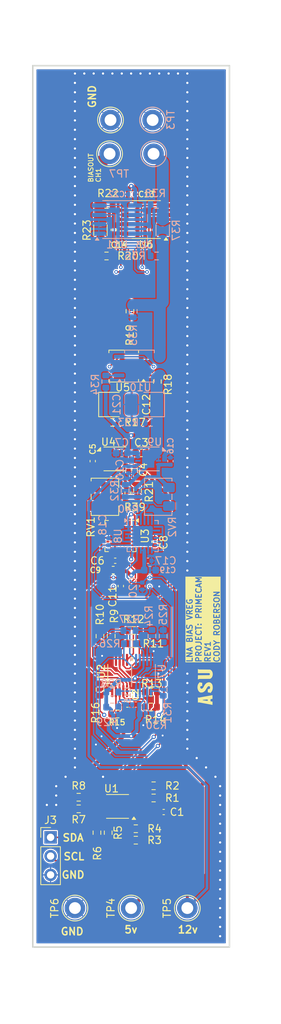
<source format=kicad_pcb>
(kicad_pcb (version 20241229) (generator "pcbnew") (generator_version "9.0")
  (title_block (title "primecamLNAViasPotVreg") (date "2025-04-03") (rev "1") (company "Arizona State University"))
  (layers (0 "F.Cu" signal) (4 "In1.Cu" signal) (6 "In2.Cu" signal) (2 "B.Cu" signal) (13 "F.Paste" user) (15 "B.Paste" user) (5 "F.SilkS" user "F.Silkscreen") (7 "B.SilkS" user "B.Silkscreen") (1 "F.Mask" user) (3 "B.Mask" user) (25 "Edge.Cuts" user))
  (net 0 "")
  (net 1 "GND")
  (net 2 "5V")
  (net 3 "12V")
  (net 4 "/BiasCircuit/SDA1")
  (net 5 "/BiasCircuit/SCL1")
  (net 6 "Net-(C12-Pad1)")
  (net 7 "Net-(U6-IN+)")
  (net 8 "Net-(U6-IN-)")
  (net 9 "Net-(U1-ADD)")
  (net 10 "SCL_LTC0")
  (net 11 "SDA_LTC0")
  (net 12 "/SDA_BiasCircuit")
  (net 13 "/SCL_BiasCircuit")
  (net 14 "Net-(U1-GPIO2)")
  (net 15 "Net-(U1-GPIO1)")
  (net 16 "Net-(U2-ADD)")
  (net 17 "Net-(U2-GPIO2)")
  (net 18 "/BiasCircuit/GPIO1")
  (net 19 "Net-(R18-Pad1)")
  (net 20 "/BIAS_OUT_CH1")
  (net 21 "Net-(U3-A3)")
  (net 22 "Net-(U3-A4)")
  (net 23 "Net-(U3-A2)")
  (net 24 "Net-(U3-A1)")
  (net 26 "Net-(U4-SET)")
  (net 27 "Net-(U9-SET)")
  (net 28 "Net-(C21-Pad1)")
  (net 29 "Net-(U11-IN+)")
  (net 30 "Net-(U11-IN-)")
  (net 31 "Net-(U7-ADD)")
  (net 32 "Net-(U7-GPIO2)")
  (net 33 "/BiasCircuit1/GPIO1")
  (net 34 "Net-(U8-A1)")
  (net 35 "Net-(R34-Pad1)")
  (net 36 "Net-(U8-A2)")
  (net 37 "Net-(U8-A3)")
  (net 38 "Net-(U8-A4)")
  (net 40 "/BiasCircuit1/SDA2")
  (net 41 "/BiasCircuit1/SCL2")
  (net 42 "/BIAS_OUT_CH2")
  (net 43 "Net-(R19-Pad1)")
  (net 44 "Net-(R35-Pad1)")
  (footprint "Resistor_SMD:R_0603_1608Metric" (layer "F.Cu") (at 0.34748 -37.593)
    (property "Reference" "R12")
    (property "Value" "10K")
  )
  (footprint "Resistor_SMD:R_0603_1608Metric" (layer "F.Cu") (at 3.048 -16.5618)
    (property "Reference" "R2")
    (property "Value" "137")
  )
  (footprint "Potentiometer_SMD:Potentiometer_Bourns_3224W_Vertical" (layer "F.Cu") (at -3.556 -55.7015 90)
    (property "Reference" "RV1")
    (property "Value" "POT_40k")
  )
  (footprint "Capacitor_SMD:C_0402_1005Metric" (layer "F.Cu") (at 3.175 -49.6175 -90)
    (property "Reference" "C8")
    (property "Value" "10p")
  )
  (footprint "Connector_PinHeader_2.54mm:PinHeader_1x03_P2.54mm_Vertical" (layer "F.Cu") (at -10.922 -9.5768)
    (property "Reference" "J3")
    (property "Value" "Conn_01x03")
  )
  (footprint "Resistor_SMD:R_0603_1608Metric" (layer "F.Cu") (at -4.635 -10.2118 90)
    (property "Reference" "R6")
    (property "Value" "5.1K")
  )
  (footprint "Resistor_SMD:R_0603_1608Metric" (layer "F.Cu") (at -7.112 -13.4376)
    (property "Reference" "R7")
    (property "Value" "10K")
  )
  (footprint "Package_SO:SOP-4_3.8x4.1mm_P2.54mm" (layer "F.Cu") (at -1.00552 -73.407 180)
    (property "Reference" "U5")
    (property "Value" "AQY212G3HS")
  )
  (footprint "Resistor_SMD:R_0603_1608Metric" (layer "F.Cu") (at -0.16052 -80.837 -90)
    (property "Reference" "R19")
    (property "Value" "1k")
  )
  (footprint "Resistor_SMD:R_0603_1608Metric" (layer "F.Cu") (at 0.635 -10.7452 180)
    (property "Reference" "R4")
    (property "Value" "10K")
  )
  (footprint "Resistor_SMD:R_0603_1608Metric" (layer "F.Cu") (at -4.22452 -36.832 90)
    (property "Reference" "R10")
    (property "Value" "2050")
  )
  (footprint "Resistor_SMD:R_0603_1608Metric" (layer "F.Cu") (at 0.8636 -56.5265 -90)
    (property "Reference" "R21")
    (property "Value" "10")
  )
  (footprint "Resistor_SMD:R_0603_1608Metric" (layer "F.Cu") (at -3.33752 -88.3168 180)
    (property "Reference" "R20")
    (property "Value" "10")
  )
  (footprint "Capacitor_SMD:C_0402_1005Metric" (layer "F.Cu") (at -5.207 -60.5316 90)
    (property "Reference" "C5")
    (property "Value" "4.7u")
  )
  (footprint "Resistor_SMD:R_0603_1608Metric" (layer "F.Cu") (at 3.556 -71.312 -90)
    (property "Reference" "R18")
    (property "Value" "3k65")
  )
  (footprint "Resistor_SMD:R_0603_1608Metric" (layer "F.Cu") (at -3.33752 -95.3018 180)
    (property "Reference" "R22")
    (property "Value" "10")
  )
  (footprint "Resistor_SMD:R_0603_1608Metric" (layer "F.Cu") (at -2.70052 -36.832 -90)
    (property "Reference" "R9")
    (property "Value" "1150")
  )
  (footprint "Capacitor_SMD:C_0603_1608Metric" (layer "F.Cu") (at -2.43512 -45.7718 180)
    (property "Reference" "C9")
    (property "Value" "10u")
  )
  (footprint "Capacitor_SMD:C_0402_1005Metric" (layer "F.Cu") (at 0.47448 -59.3608 -90)
    (property "Reference" "C4")
    (property "Value" "0.1u")
  )
  (footprint "Capacitor_SMD:C_0402_1005Metric" (layer "F.Cu") (at 4.417 -13.0058 180)
    (property "Reference" "C1")
    (property "Value" "10nF")
  )
  (footprint "Capacitor_SMD:C_0402_1005Metric" (layer "F.Cu") (at -1.397 -43.6128 90)
    (property "Reference" "C11")
    (property "Value" "10p")
  )
  (footprint "Capacitor_SMD:C_0402_1005Metric" (layer "F.Cu") (at -0.51352 -27.56 180)
    (property "Reference" "C2")
    (property "Value" "10nF")
  )
  (footprint "Resistor_SMD:R_0603_1608Metric" (layer "F.Cu") (at 0.28348 -35.815)
    (property "Reference" "R11")
    (property "Value" "10K")
  )
  (footprint "Package_SO:SOIC-8_3.9x4.9mm_P1.27mm" (layer "F.Cu") (at 2.029 -93.2513 180)
    (property "Reference" "U6")
    (property "Value" "INA219AxD")
  )
  (footprint "Resistor_SMD:R_0603_1608Metric" (layer "F.Cu") (at 0.635 -9.1958 180)
    (property "Reference" "R3")
    (property "Value" "10K")
  )
  (footprint "Package_CSP:LFCSP-24-1EP_4x4mm_P0.5mm_EP2.3x2.3mm" (layer "F.Cu") (at -1.44252 -50.3875 -90)
    (property "Reference" "U3")
    (property "Value" "AD5144_100k")
  )
  (footprint "EricWeeksFootprints:ASU_logo_1" (layer "F.Cu") (at 10.033 -28.6268 90)
    (property "Reference" "G***1" (hide yes))
    (property "Value" "LOGO" (hide yes))
  )
  (footprint "TestPoint:TestPoint_Keystone_5005-5009_Compact" (layer "F.Cu") (at -2.921 -102.1598 90)
    (property "Reference" "TP2" (hide yes))
    (property "Value" "TestPoint")
  )
  (footprint "Resistor_SMD:R_0603_1608Metric" (layer "F.Cu") (at 3.048 -14.9108 180)
    (property "Reference" "R1")
    (property "Value" "2800")
  )
  (footprint "Capacitor_SMD:C_0402_1005Metric" (layer "F.Cu") (at -2.351 -91.8543 -90)
    (property "Reference" "C14")
    (property "Value" "0.1u")
  )
  (footprint "Package_DFN_QFN:DFN-8-1EP_3x3mm_P0.5mm_EP1.66x2.38mm" (layer "F.Cu") (at -2.19252 -60.834)
    (property "Reference" "U4")
    (property "Value" "LT3080xDD")
  )
  (footprint "Resistor_SMD:R_0603_1608Metric" (layer "F.Cu") (at -3.111 -10.2118 90)
    (property "Reference" "R5")
    (property "Value" "5.1K")
  )
  (footprint "Resistor_SMD:R_0603_1608Metric" (layer "F.Cu") (at -1.87452 -26.29 180)
    (property "Reference" "R15")
    (property "Value" "10K")
  )
  (footprint "Package_SO:MSOP-10_3x3mm_P0.5mm" (layer "F.Cu") (at -1.841 -13.7678 180)
    (property "Reference" "U1")
    (property "Value" "LTC4302-1")
  )
  (footprint "TestPoint:TestPoint_Keystone_5005-5009_Compact" (layer "F.Cu") (at 0 0 90)
    (property "Reference" "TP4")
    (property "Value" "TestPoint")
  )
  (footprint "TestPoint:TestPoint_Keystone_5005-5009_Compact" (layer "F.Cu") (at -7.62 0 90)
    (property "Reference" "TP6")
    (property "Value" "TestPoint")
  )
  (footprint "primecamLNABiasPotVreg:Cap_b_1411" (layer "F.Cu") (at -1.60832 -68.2)
    (property "Reference" "C12")
    (property "Value" "10u")
  )
  (footprint "TestPoint:TestPoint_Keystone_5005-5009_Compact" (layer "F.Cu") (at -2.794 -106.7318)
    (property "Reference" "TP1" (hide yes))
    (property "Value" "TestPoint")
  )
  (footprint "Capacitor_SMD:C_0402_1005Metric" (layer "F.Cu") (at -2.159 -47.0418)
    (property "Reference" "C6")
    (property "Value" "0.1u")
  )
  (footprint "Resistor_SMD:R_1206_3216Metric" (layer "F.Cu") (at -4.16252 -91.8073 90)
    (property "Reference" "R23")
    (property "Value" "1")
  )
  (footprint "TestPoint:TestPoint_Keystone_5005-5009_Compact" (layer "F.Cu") (at 7.62 0 90)
    (property "Reference" "TP5")
    (property "Value" "TestPoint")
  )
  (footprint "Resistor_SMD:R_0603_1608Metric" (layer "F.Cu") (at -7.112 -15.0124)
    (property "Reference" "R8")
    (property "Value" "10K")
  )
  (footprint "Resistor_SMD:R_0603_1608Metric" (layer "F.Cu") (at 2.67208 -27.2298 180)
    (property "Reference" "R14")
    (property "Value" "5.1K")
  )
  (footprint "Resistor_SMD:R_0603_1608Metric" (layer "F.Cu") (at -2.52952 -65.787)
    (property "Reference" "R17")
    (property "Value" "200")
  )
  (footprint "Resistor_SMD:R_0402_1005Metric" (layer "F.Cu") (at -0.4572 -56.2115 -90)
    (property "Reference" "R39")
    (property "Value" "0" (hide yes))
  )
  (footprint "Resistor_SMD:R_0603_1608Metric" (layer "F.Cu") (at -4.22452 -29.592 -90)
    (property "Reference" "R16")
    (property "Value" "10K")
  )
  (footprint "Package_SO:MSOP-10_3x3mm_P0.5mm" (layer "F.Cu") (at -1.55752 -31.498 -90)
    (property "Reference" "U2")
    (property "Value" "LTC4302-1")
  )
  (footprint "Resistor_SMD:R_0603_1608Metric" (layer "F.Cu") (at 2.67208 -29.2618 180)
    (property "Reference" "R13")
    (property "Value" "5.1K")
  )
  (footprint "Capacitor_SMD:C_0402_1005Metric" (layer "F.Cu") (at 0.034 -96.6803)
    (property "Reference" "C13")
    (property "Value" "0.1u")
  )
  (footprint "Capacitor_SMD:C_0603_1608Metric" (layer "F.Cu") (at 1.384 -61.6468)
    (property "Reference" "C3")
    (property "Value" "10u")
  )
  (footprint "Resistor_SMD:R_0603_1608Metric" (layer "B.Cu") (at 3.4564 -95.3008)
    (property "Reference" "R38")
    (property "Value" "10")
  )
  (footprint "Resistor_SMD:R_0402_1005Metric" (layer "B.Cu") (at 0.508 -56.2105 -90)
    (property "Reference" "R40")
    (property "Value" "0")
  )
  (footprint "Resistor_SMD:R_0603_1608Metric" (layer "B.Cu") (at 4.3434 -29.590999 -90)
    (property "Reference" "R31")
    (property "Value" "10K")
  )
  (footprint "Resistor_SMD:R_1206_3216Metric" (layer "B.Cu") (at 4.2814 -91.8063 90)
    (property "Reference" "R37")
    (property "Value" "1")
  )
  (footprint "Resistor_SMD:R_0603_1608Metric" (layer "B.Cu") (at -0.8128 -56.5255 -90)
    (property "Reference" "R32")
    (property "Value" "10")
  )
  (footprint "Resistor_SMD:R_0603_1608Metric" (layer "B.Cu") (at -3.437119 -71.311 -90)
    (property "Reference" "R34")
    (property "Value" "3k65")
  )
  (footprint "Package_DFN_QFN:DFN-8-1EP_3x3mm_P0.5mm_EP1.66x2.38mm" (layer "B.Cu") (at 2.3114 -60.833 180)
    (property "Reference" "U9")
    (property "Value" "LT3080xDD")
  )
  (footprint "Resistor_SMD:R_0603_1608Metric" (layer "B.Cu") (at -0.228599 -37.592 180)
    (property "Reference" "R27")
    (property "Value" "10K")
  )
  (footprint "Resistor_SMD:R_0603_1608Metric" (layer "B.Cu") (at 1.9934 -26.289)
    (property "Reference" "R30")
    (property "Value" "10K")
  )
  (footprint "Package_SO:SOP-4_3.8x4.1mm_P2.54mm" (layer "B.Cu") (at 1.124401 -73.406)
    (property "Reference" "U10")
    (property "Value" "AQY212G3HS")
  )
  (footprint "Resistor_SMD:R_0603_1608Metric" (layer "B.Cu") (at -2.5532 -27.2288)
    (property "Reference" "R29")
    (property "Value" "5.1K")
  )
  (footprint "TestPoint:TestPoint_Keystone_5005-5009_Compact" (layer "B.Cu") (at 2.91288 -106.7308 180)
    (property "Reference" "TP3")
    (property "Value" "TestPoint")
  )
  (footprint "Package_SO:MSOP-10_3x3mm_P0.5mm" (layer "B.Cu") (at 1.676401 -31.497 -90)
    (property "Reference" "U7")
    (property "Value" "LTC4302-1")
  )
  (footprint "Resistor_SMD:R_0603_1608Metric" (layer "B.Cu") (at 0.279401 -80.836 -90)
    (property "Reference" "R35")
    (property "Value" "1k")
  )
  (footprint "Resistor_SMD:R_0603_1608Metric" (layer "B.Cu") (at 3.4564 -88.3158)
    (property "Reference" "R36")
    (property "Value" "10")
  )
  (footprint "Capacitor_SMD:C_0402_1005Metric" (layer "B.Cu") (at -3.056119 -49.6165 -90)
    (property "Reference" "C18")
    (property "Value" "10p")
  )
  (footprint "Capacitor_SMD:C_0603_1608Metric" (layer "B.Cu") (at -1.265119 -61.6458 180)
    (property "Reference" "C7")
    (property "Value" "10u")
  )
  (footprint "Package_SO:SOIC-8_3.9x4.9mm_P1.27mm" (layer "B.Cu") (at -1.910119 -93.2503)
    (property "Reference" "U11")
    (property "Value" "INA219AxD")
  )
  (footprint "Capacitor_SMD:C_0402_1005Metric" (layer "B.Cu") (at 0.632401 -27.559)
    (property "Reference" "C15")
    (property "Value" "10nF")
  )
  (footprint "Potentiometer_SMD:Potentiometer_Bourns_3224W_Vertical" (layer "B.Cu") (at 3.67488 -55.7005 90)
    (property "Reference" "RV2")
    (property "Value" "POT_40k")
  )
  (footprint "Capacitor_SMD:C_0603_1608Metric" (layer "B.Cu") (at 2.554 -45.7708)
    (property "Reference" "C19")
    (property "Value" "10u")
  )
  (footprint "Resistor_SMD:R_0603_1608Metric" (layer "B.Cu") (at 4.3434 -36.831 90)
    (property "Reference" "R25")
    (property "Value" "2050")
  )
  (footprint "Resistor_SMD:R_0603_1608Metric" (layer "B.Cu") (at -0.164599 -35.814 180)
    (property "Reference" "R26")
    (property "Value" "10K")
  )
  (footprint "Capacitor_SMD:C_0402_1005Metric" (layer "B.Cu") (at 2.46988 -91.8533 -90)
    (property "Reference" "C23")
    (property "Value" "0.1u")
  )
  (footprint "Capacitor_SMD:C_0402_1005Metric" (layer "B.Cu") (at -0.355599 -59.3598 -90)
    (property "Reference" "C10")
    (property "Value" "0.1u")
  )
  (footprint "Capacitor_SMD:C_0402_1005Metric" (layer "B.Cu") (at 0.084881 -96.6793 180)
    (property "Reference" "C22")
    (property "Value" "0.1u")
  )
  (footprint "Resistor_SMD:R_0603_1608Metric" (layer "B.Cu") (at -2.5532 -29.2608)
    (property "Reference" "R28")
    (property "Value" "5.1K")
  )
  (footprint "primecamLNABiasPotVreg:Cap_b_1411" (layer "B.Cu") (at 1.727201 -68.199 180)
    (property "Reference" "C21")
    (property "Value" "10u")
  )
  (footprint "Package_CSP:LFCSP-24-1EP_4x4mm_P0.5mm_EP2.3x2.3mm" (layer "B.Cu") (at 1.561401 -50.3865 -90)
    (property "Reference" "U8")
    (property "Value" "AD5144_100k")
  )
  (footprint "Capacitor_SMD:C_0402_1005Metric" (layer "B.Cu") (at 5.32588 -60.5306 90)
    (property "Reference" "C16")
    (property "Value" "4.7u")
  )
  (footprint "Capacitor_SMD:C_0402_1005Metric" (layer "B.Cu") (at 2.27788 -47.0408 180)
    (property "Reference" "C17")
    (property "Value" "0.1u")
  )
  (footprint "Capacitor_SMD:C_0402_1005Metric" (layer "B.Cu") (at 1.515881 -43.6118 90)
    (property "Reference" "C20")
    (property "Value" "10p")
  )
  (footprint "TestPoint:TestPoint_Keystone_5005-5009_Compact" (layer "B.Cu") (at 3.03988 -102.1588 90)
    (property "Reference" "TP7")
    (property "Value" "TestPoint")
  )
  (footprint "Resistor_SMD:R_0603_1608Metric" (layer "B.Cu") (at 2.6484 -65.786 180)
    (property "Reference" "R33")
    (property "Value" "200")
  )
  (footprint "Resistor_SMD:R_0603_1608Metric" (layer "B.Cu") (at 2.8194 -36.831 -90)
    (property "Reference" "R24")
    (property "Value" "1150")
  )
  (gr_rect (start -13.335 -114.0978) (end 13.335 5.2822) (stroke (width 0.2)) (fill no) (layer "Edge.Cuts"))
  (gr_text "SCL" (at -9.271 -6.4018 0) (layer "F.SilkS") (effects (font (size 1 1) (thickness 0.2) (bold yes)) (justify left bottom)))
  (gr_text "SDA" (at -9.398 -8.9418 0) (layer "F.SilkS") (effects (font (size 1 1) (thickness 0.2) (bold yes)) (justify left bottom)))
  (gr_text "BIASOUT\nCH1" (at -4.064 -98.2228 90) (layer "F.SilkS") (effects (font (size 0.635 0.635) (thickness 0.127) (bold yes)) (justify left bottom)))
  (gr_text "GND\n" (at -4.699 -108.2558 90) (layer "F.SilkS") (effects (font (size 1 1) (thickness 0.2) (bold yes)) (justify left bottom)))
  (gr_text "12v" (at 6.223 3.5042 0) (layer "F.SilkS") (effects (font (size 1 1) (thickness 0.2) (bold yes)) (justify left bottom)))
  (gr_text "GND" (at -9.652 3.7582 0) (layer "F.SilkS") (effects (font (size 1 1) (thickness 0.2) (bold yes)) (justify left bottom)))
  (gr_text "LNA BIAS VREG\nPROJECT: PRIMECAM\nREV1\nCODY ROBERSON" (at 12.065 -33.1988 90) (layer "F.SilkS" knockout) (effects (font (size 0.762 0.762) (thickness 0.1524) (bold yes)) (justify left bottom)))
  (gr_text "GND" (at -9.525 -4.4968 0) (layer "F.SilkS") (effects (font (size 1 1) (thickness 0.2) (bold yes)) (justify left)))
  (gr_text "5v" (at -1.016 3.5042 0) (layer "F.SilkS") (effects (font (size 1 1) (thickness 0.2) (bold yes)) (justify left bottom)))
  (segment (start -0.19252 -52.325) (end -0.19252 -51.887501) (width 0.2) (layer "F.Cu") (net 1))
  (segment (start 0.49498 -50.6375) (end -1.19252 -50.6375) (width 0.2) (layer "F.Cu") (net 1))
  (segment (start -1.44252 -50.637501) (end -1.44252 -50.3875) (width 0.2) (layer "F.Cu") (net 1))
  (segment (start -1.19252 -50.1375) (end -1.44252 -50.3875) (width 0.2) (layer "F.Cu") (net 1))
  (segment (start -2.19252 -51.1375) (end -2.09641 -51.04139) (width 0.2) (layer "F.Cu") (net 1))
  (segment (start -2.19252 -49.6375) (end -1.44252 -50.3875) (width 0.2) (layer "F.Cu") (net 1))
  (segment (start -3.38002 -51.1375) (end -2.19252 -51.1375) (width 0.2) (layer "F.Cu") (net 1))
  (segment (start 0.49498 -50.1375) (end -1.19252 -50.1375) (width 0.2) (layer "F.Cu") (net 1))
  (segment (start -1.19252 -50.6375) (end -1.44252 -50.3875) (width 0.2) (layer "F.Cu") (net 1))
  (segment (start -2.19252 -48.45) (end -2.19252 -49.6375) (width 0.2) (layer "F.Cu") (net 1))
  (segment (start -0.19252 -51.887501) (end -1.44252 -50.637501) (width 0.2) (layer "F.Cu") (net 1))
  (segment (start -2.09641 -51.04139) (end -1.44252 -50.3875) (width 0.2) (layer "F.Cu") (net 1))
  (via (at -3.81 -17.78) (size 0.6) (drill 0.3) (layers "F.Cu" "B.Cu") (net 1))
  (via (at 7.62 -57.15) (size 0.6) (drill 0.3) (layers "F.Cu" "B.Cu") (net 1))
  (via (at -7.62 -58.42) (size 0.6) (drill 0.3) (layers "F.Cu" "B.Cu") (net 1))
  (via (at 7.62 -88.9) (size 0.6) (drill 0.3) (layers "F.Cu" "B.Cu") (net 1))
  (via (at -7.62 -67.31) (size 0.6) (drill 0.3) (layers "F.Cu" "B.Cu") (net 1))
  (via (at -7.62 -62.23) (size 0.6) (drill 0.3) (layers "F.Cu" "B.Cu") (net 1))
  (via (at 7.62 -76.2) (size 0.6) (drill 0.3) (layers "F.Cu" "B.Cu") (net 1))
  (via (at -7.62 -31.75) (size 0.6) (drill 0.3) (layers "F.Cu" "B.Cu") (net 1))
  (via (at 7.62 -107.95) (size 0.6) (drill 0.3) (layers "F.Cu" "B.Cu") (net 1))
  (via (at -7.62 -38.1) (size 0.6) (drill 0.3) (layers "F.Cu" "B.Cu") (net 1))
  (via (at 8.89 -20.32) (size 0.6) (drill 0.3) (layers "F.Cu" "B.Cu") (net 1))
  (via (at -1.905 -24.384) (size 0.508) (drill 0.254) (layers "F.Cu" "B.Cu") (net 1))
  (via (at -7.62 -30.48) (size 0.6) (drill 0.3) (layers "F.Cu" "B.Cu") (net 1))
  (via (at 7.62 -58.42) (size 0.6) (drill 0.3) (layers "F.Cu" "B.Cu") (net 1))
  (via (at -7.62 -20.32) (size 0.6) (drill 0.3) (layers "F.Cu" "B.Cu") (net 1))
  (via (at -7.62 -34.29) (size 0.6) (drill 0.3) (layers "F.Cu" "B.Cu") (net 1))
  (via (at -7.62 -66.04) (size 0.6) (drill 0.3) (layers "F.Cu" "B.Cu") (net 1))
  (via (at 4.2672 -23.368) (size 0.508) (drill 0.254) (layers "F.Cu" "B.Cu") (net 1))
  (via (at -7.62 -52.07) (size 0.6) (drill 0.3) (layers "F.Cu" "B.Cu") (net 1))
  (via (at -7.62 -97.79) (size 0.6) (drill 0.3) (layers "F.Cu" "B.Cu") (net 1))
  (via (at 12.065 -15.24) (size 0.6) (drill 0.3) (layers "F.Cu" "B.Cu") (net 1))
  (via (at -7.62 -48.26) (size 0.6) (drill 0.3) (layers "F.Cu" "B.Cu") (net 1))
  (via (at 7.62 -92.71) (size 0.6) (drill 0.3) (layers "F.Cu" "B.Cu") (net 1))
  (via (at -7.62 -101.6) (size 0.6) (drill 0.3) (layers "F.Cu" "B.Cu") (net 1))
  (via (at 7.62 -78.74) (size 0.6) (drill 0.3) (layers "F.Cu" "B.Cu") (net 1))
  (via (at 7.62 -105.41) (size 0.6) (drill 0.3) (layers "F.Cu" "B.Cu") (net 1))
  (via (at 7.62 -91.44) (size 0.6) (drill 0.3) (layers "F.Cu" "B.Cu") (net 1))
  (via (at -7.62 -88.9) (size 0.6) (drill 0.3) (layers "F.Cu" "B.Cu") (net 1))
  (via (at 0 -113.03) (size 0.6) (drill 0.3) (layers "F.Cu" "B.Cu") (net 1))
  (via (at 7.62 -22.86) (size 0.6) (drill 0.3) (layers "F.Cu" "B.Cu") (net 1))
  (via (at 3.81 -43.561) (size 0.508) (drill 0.254) (layers "F.Cu" "B.Cu") (net 1))
  (via (at 7.62 -73.66) (size 0.6) (drill 0.3) (layers "F.Cu" "B.Cu") (net 1))
  (via (at 7.62 -85.09) (size 0.6) (drill 0.3) (layers "F.Cu" "B.Cu") (net 1))
  (via (at -7.62 -43.18) (size 0.6) (drill 0.3) (layers "F.Cu" "B.Cu") (net 1))
  (via (at 7.62 -106.68) (size 0.6) (drill 0.3) (layers "F.Cu" "B.Cu") (net 1))
  (via (at 12.065 -8.89) (size 0.6) (drill 0.3) (layers "F.Cu" "B.Cu") (net 1))
  (via (at -7.62 -46.99) (size 0.6) (drill 0.3) (layers "F.Cu" "B.Cu") (net 1))
  (via (at -7.62 -25.4) (size 0.6) (drill 0.3) (layers "F.Cu" "B.Cu") (net 1))
  (via (at -7.62 -106.68) (size 0.6) (drill 0.3) (layers "F.Cu" "B.Cu") (net 1))
  (via (at -7.62 -59.69) (size 0.6) (drill 0.3) (layers "F.Cu" "B.Cu") (net 1))
  (via (at 7.62 -113.03) (size 0.6) (drill 0.3) (layers "F.Cu" "B.Cu") (net 1))
  (via (at 7.62 -29.21) (size 0.6) (drill 0.3) (layers "F.Cu" "B.Cu") (net 1))
  (via (at 7.62 -90.17) (size 0.6) (drill 0.3) (layers "F.Cu" "B.Cu") (net 1))
  (via (at -7.62 -81.28) (size 0.6) (drill 0.3) (layers "F.Cu" "B.Cu") (net 1))
  (via (at 12.065 3.81) (size 0.6) (drill 0.3) (layers "F.Cu" "B.Cu") (net 1))
  (via (at 1.27 -113.03) (size 0.6) (drill 0.3) (layers "F.Cu" "B.Cu") (net 1))
  (via (at -10.16 -13.97) (size 0.6) (drill 0.3) (layers "F.Cu" "B.Cu") (net 1))
  (via (at -7.62 -113.03) (size 0.6) (drill 0.3) (layers "F.Cu" "B.Cu") (net 1))
  (via (at 7.62 -62.23) (size 0.6) (drill 0.3) (layers "F.Cu" "B.Cu") (net 1))
  (via (at 3.048 -34.798) (size 0.508) (drill 0.254) (layers "F.Cu" "B.Cu") (net 1))
  (via (at 7.62 -69.85) (size 0.6) (drill 0.3) (layers "F.Cu" "B.Cu") (net 1))
  (via (at -1.27 -113.03) (size 0.6) (drill 0.3) (layers "F.Cu" "B.Cu") (net 1))
  (via (at -7.62 -102.87) (size 0.6) (drill 0.3) (layers "F.Cu" "B.Cu") (net 1))
  (via (at 7.62 -87.63) (size 0.6) (drill 0.3) (layers "F.Cu" "B.Cu") (net 1))
  (via (at 3.81 -113.03) (size 0.6) (drill 0.3) (layers "F.Cu" "B.Cu") (net 1))
  (via (at -7.62 -76.2) (size 0.6) (drill 0.3) (layers "F.Cu" "B.Cu") (net 1))
  (via (at 7.62 -110.49) (size 0.6) (drill 0.3) (layers "F.Cu" "B.Cu") (net 1))
  (via (at -7.62 -45.72) (size 0.6) (drill 0.3) (layers "F.Cu" "B.Cu") (net 1))
  (via (at 7.62 -25.4) (size 0.6) (drill 0.3) (layers "F.Cu" "B.Cu") (net 1))
  (via (at 3.7084 -31.75) (size 0.508) (drill 0.254) (layers "F.Cu" "B.Cu") (net 1))
  (via (at -7.62 -49.53) (size 0.6) (drill 0.3) (layers "F.Cu" "B.Cu") (net 1))
  (via (at 2.54 -113.03) (size 0.6) (drill 0.3) (layers "F.Cu" "B.Cu") (net 1))
  (via (at -3.937 -34.163) (size 0.508) (drill 0.254) (layers "F.Cu" "B.Cu") (net 1))
  (via (at -7.62 -90.17) (size 0.6) (drill 0.3) (layers "F.Cu" "B.Cu") (net 1))
  (via (at 7.62 -82.55) (size 0.6) (drill 0.3) (layers "F.Cu" "B.Cu") (net 1))
  (via (at 7.62 -50.8) (size 0.6) (drill 0.3) (layers "F.Cu" "B.Cu") (net 1))
  (via (at 7.62 -48.26) (size 0.6) (drill 0.3) (layers "F.Cu" "B.Cu") (net 1))
  (via (at 7.62 -77.47) (size 0.6) (drill 0.3) (layers "F.Cu" "B.Cu") (net 1))
  (via (at 7.62 -101.6) (size 0.6) (drill 0.3) (layers "F.Cu" "B.Cu") (net 1))
  (via (at -11.43 -13.97) (size 0.6) (drill 0.3) (layers "F.Cu" "B.Cu") (net 1))
  (via (at 7.62 -31.75) (size 0.6) (drill 0.3) (layers "F.Cu" "B.Cu") (net 1))
  (via (at -4.0132 -23.2664) (size 0.508) (drill 0.254) (layers "F.Cu" "B.Cu") (net 1))
  (via (at 7.62 -52.07) (size 0.6) (drill 0.3) (layers "F.Cu" "B.Cu") (net 1))
  (via (at -7.62 -72.39) (size 0.6) (drill 0.3) (layers "F.Cu" "B.Cu") (net 1))
  (via (at 12.065 -3.81) (size 0.6) (drill 0.3) (layers "F.Cu" "B.Cu") (net 1))
  (via (at -7.62 -93.98) (size 0.6) (drill 0.3) (layers "F.Cu" "B.Cu") (net 1))
  (via (at -7.62 -19.05) (size 0.6) (drill 0.3) (layers "F.Cu" "B.Cu") (net 1))
  (via (at 12.065 -10.16) (size 0.6) (drill 0.3) (layers "F.Cu" "B.Cu") (net 1))
  (via (at -7.62 -78.74) (size 0.6) (drill 0.3) (layers "F.Cu" "B.Cu") (net 1))
  (via (at -7.62 -54.61) (size 0.6) (drill 0.3) (layers "F.Cu" "B.Cu") (net 1))
  (via (at 7.62 -24.13) (size 0.6) (drill 0.3) (layers "F.Cu" "B.Cu") (net 1))
  (via (at -7.62 -33.02) (size 0.6) (drill 0.3) (layers "F.Cu" "B.Cu") (net 1))
  (via (at 7.62 -104.14) (size 0.6) (drill 0.3) (layers "F.Cu" "B.Cu") (net 1))
  (via (at -7.62 -29.21) (size 0.6) (drill 0.3) (layers "F.Cu" "B.Cu") (net 1))
  (via (at 12.065 -5.08) (size 0.6) (drill 0.3) (layers "F.Cu" "B.Cu") (net 1))
  (via (at -7.62 -110.49) (size 0.6) (drill 0.3) (layers "F.Cu" "B.Cu") (net 1))
  (via (at 12.065 0) (size 0.6) (drill 0.3) (layers "F.Cu" "B.Cu") (net 1))
  (via (at 7.62 -27.94) (size 0.6) (drill 0.3) (layers "F.Cu" "B.Cu") (net 1))
  (via (at -7.62 -91.44) (size 0.6) (drill 0.3) (layers "F.Cu" "B.Cu") (net 1))
  (via (at 12.065 -1.27) (size 0.6) (drill 0.3) (layers "F.Cu" "B.Cu") (net 1))
  (via (at 7.62 -64.77) (size 0.6) (drill 0.3) (layers "F.Cu" "B.Cu") (net 1))
  (via (at -10.16 -16.51) (size 0.6) (drill 0.3) (layers "F.Cu" "B.Cu") (net 1))
  (via (at -7.62 -64.77) (size 0.6) (drill 0.3) (layers "F.Cu" "B.Cu") (net 1))
  (via (at 7.62 -93.98) (size 0.6) (drill 0.3) (layers "F.Cu" "B.Cu") (net 1))
  (via (at 7.62 -80.01) (size 0.6) (drill 0.3) (layers "F.Cu" "B.Cu") (net 1))
  (via (at -7.62 -92.71) (size 0.6) (drill 0.3) (layers "F.Cu" "B.Cu") (net 1))
  (via (at -7.62 -39.37) (size 0.6) (drill 0.3) (layers "F.Cu" "B.Cu") (net 1))
  (via (at 7.62 -45.72) (size 0.6) (drill 0.3) (layers "F.Cu" "B.Cu") (net 1))
  (via (at -7.62 -85.09) (size 0.6) (drill 0.3) (layers "F.Cu" "B.Cu") (net 1))
  (via (at -7.62 -74.93) (size 0.6) (drill 0.3) (layers "F.Cu" "B.Cu") (net 1))
  (via (at 7.62 -66.04) (size 0.6) (drill 0.3) (layers "F.Cu" "B.Cu") (net 1))
  (via (at -3.81 -113.03) (size 0.6) (drill 0.3) (layers "F.Cu" "B.Cu") (net 1))
  (via (at 12.065 -16.51) (size 0.6) (drill 0.3) (layers "F.Cu" "B.Cu") (net 1))
  (via (at -7.62 -68.58) (size 0.6) (drill 0.3) (layers "F.Cu" "B.Cu") (net 1))
  (via (at 12.065 -2.54) (size 0.6) (drill 0.3) (layers "F.Cu" "B.Cu") (net 1))
  (via (at 7.62 -46.99) (size 0.6) (drill 0.3) (layers "F.Cu" "B.Cu") (net 1))
  (via (at -7.62 -104.14) (size 0.6) (drill 0.3) (layers "F.Cu" "B.Cu") (net 1))
  (via (at 7.62 -99.06) (size 0.6) (drill 0.3) (layers "F.Cu" "B.Cu") (net 1))
  (via (at -7.62 -50.8) (size 0.6) (drill 0.3) (layers "F.Cu" "B.Cu") (net 1))
  (via (at -7.62 -69.85) (size 0.6) (drill 0.3) (layers "F.Cu" "B.Cu") (net 1))
  (via (at -7.62 -55.88) (size 0.6) (drill 0.3) (layers "F.Cu" "B.Cu") (net 1))
  (via (at -7.62 -35.56) (size 0.6) (drill 0.3) (layers "F.Cu" "B.Cu") (net 1))
  (via (at -7.62 -53.34) (size 0.6) (drill 0.3) (layers "F.Cu" "B.Cu") (net 1))
  (via (at 7.62 -111.76) (size 0.6) (drill 0.3) (layers "F.Cu" "B.Cu") (net 1))
  (via (at 7.62 -60.96) (size 0.6) (drill 0.3) (layers "F.Cu" "B.Cu") (net 1))
  (via (at -4.7752 -22.1488) (size 0.508) (drill 0.254) (layers "F.Cu" "B.Cu") (net 1))
  (via (at -7.62 -60.96) (size 0.6) (drill 0.3) (layers "F.Cu" "B.Cu") (net 1))
  (via (at 12.065 -13.97) (size 0.6) (drill 0.3) (layers "F.Cu" "B.Cu") (net 1))
  (via (at 7.62 -30.48) (size 0.6) (drill 0.3) (layers "F.Cu" "B.Cu") (net 1))
  (via (at 7.62 -95.25) (size 0.6) (drill 0.3) (layers "F.Cu" "B.Cu") (net 1))
  (via (at -7.62 -26.67) (size 0.6) (drill 0.3) (layers "F.Cu" "B.Cu") (net 1))
  (via (at -7.62 -40.64) (size 0.6) (drill 0.3) (layers "F.Cu" "B.Cu") (net 1))
  (via (at -6.35 -113.03) (size 0.6) (drill 0.3) (layers "F.Cu" "B.Cu") (net 1))
  (via (at -7.62 -57.15) (size 0.6) (drill 0.3) (layers "F.Cu" "B.Cu") (net 1))
  (via (at -7.62 -36.83) (size 0.6) (drill 0.3) (layers "F.Cu" "B.Cu") (net 1))
  (via (at 7.62 -97.79) (size 0.6) (drill 0.3) (layers "F.Cu" "B.Cu") (net 1))
  (via (at 7.62 -86.36) (size 0.6) (drill 0.3) (layers "F.Cu" "B.Cu") (net 1))
  (via (at -7.62 -27.94) (size 0.6) (drill 0.3) (layers "F.Cu" "B.Cu") (net 1))
  (via (at -7.62 -71.12) (size 0.6) (drill 0.3) (layers "F.Cu" "B.Cu") (net 1))
  (via (at -7.62 -99.06) (size 0.6) (drill 0.3) (layers "F.Cu" "B.Cu") (net 1))
  (via (at 7.62 -102.87) (size 0.6) (drill 0.3) (layers "F.Cu" "B.Cu") (net 1))
  (via (at 7.62 -100.33) (size 0.6) (drill 0.3) (layers "F.Cu" "B.Cu") (net 1))
  (via (at -7.62 -44.45) (size 0.6) (drill 0.3) (layers "F.Cu" "B.Cu") (net 1))
  (via (at -7.62 -96.52) (size 0.6) (drill 0.3) (layers "F.Cu" "B.Cu") (net 1))
  (via (at -7.62 -100.33) (size 0.6) (drill 0.3) (layers "F.Cu" "B.Cu") (net 1))
  (via (at -7.62 -86.36) (size 0.6) (drill 0.3) (layers "F.Cu" "B.Cu") (net 1))
  (via (at -7.62 -22.86) (size 0.6) (drill 0.3) (layers "F.Cu" "B.Cu") (net 1))
  (via (at -7.62 -73.66) (size 0.6) (drill 0.3) (layers "F.Cu" "B.Cu") (net 1))
  (via (at 7.62 -55.88) (size 0.6) (drill 0.3) (layers "F.Cu" "B.Cu") (net 1))
  (via (at 7.62 -26.67) (size 0.6) (drill 0.3) (layers "F.Cu" "B.Cu") (net 1))
  (via (at -5.08 -113.03) (size 0.6) (drill 0.3) (layers "F.Cu" "B.Cu") (net 1))
  (via (at 5.08 -113.03) (size 0.6) (drill 0.3) (layers "F.Cu" "B.Cu") (net 1))
  (via (at -7.62 -105.41) (size 0.6) (drill 0.3) (layers "F.Cu" "B.Cu") (net 1))
  (via (at 1.651 -24.765) (size 0.508) (drill 0.254) (layers "F.Cu" "B.Cu") (net 1))
  (via (at 7.62 -83.82) (size 0.6) (drill 0.3) (layers "F.Cu" "B.Cu") (net 1))
  (via (at -7.62 -111.76) (size 0.6) (drill 0.3) (layers "F.Cu" "B.Cu") (net 1))
  (via (at 12.065 -12.7) (size 0.6) (drill 0.3) (layers "F.Cu" "B.Cu") (net 1))
  (via (at 7.62 -109.22) (size 0.6) (drill 0.3) (layers "F.Cu" "B.Cu") (net 1))
  (via (at -7.62 -77.47) (size 0.6) (drill 0.3) (layers "F.Cu" "B.Cu") (net 1))
  (via (at 7.62 -74.93) (size 0.6) (drill 0.3) (layers "F.Cu" "B.Cu") (net 1))
  (via (at 7.62 -54.61) (size 0.6) (drill 0.3) (layers "F.Cu" "B.Cu") (net 1))
  (via (at -7.62 -63.5) (size 0.6) (drill 0.3) (layers "F.Cu" "B.Cu") (net 1))
  (via (at 12.065 -11.43) (size 0.6) (drill 0.3) (layers "F.Cu" "B.Cu") (net 1))
  (via (at 7.62 -63.5) (size 0.6) (drill 0.3) (layers "F.Cu" "B.Cu") (net 1))
  (via (at 7.62 -21.59) (size 0.6) (drill 0.3) (layers "F.Cu" "B.Cu") (net 1))
  (via (at 7.62 -59.69) (size 0.6) (drill 0.3) (layers "F.Cu" "B.Cu") (net 1))
  (via (at 7.62 -96.52) (size 0.6) (drill 0.3) (layers "F.Cu" "B.Cu") (net 1))
  (via (at -7.62 -107.95) (size 0.6) (drill 0.3) (layers "F.Cu" "B.Cu") (net 1))
  (via (at -7.62 -95.25) (size 0.6) (drill 0.3) (layers "F.Cu" "B.Cu") (net 1))
  (via (at 7.62 -81.28) (size 0.6) (drill 0.3) (layers "F.Cu" "B.Cu") (net 1))
  (via (at -7.62 -83.82) (size 0.6) (drill 0.3) (layers "F.Cu" "B.Cu") (net 1))
  (via (at 10.16 -19.05) (size 0.6) (drill 0.3) (layers "F.Cu" "B.Cu") (net 1))
  (via (at 7.62 -68.58) (size 0.6) (drill 0.3) (layers "F.Cu" "B.Cu") (net 1))
  (via (at 7.62 -53.34) (size 0.6) (drill 0.3) (layers "F.Cu" "B.Cu") (net 1))
  (via (at -7.62 -80.01) (size 0.6) (drill 0.3) (layers "F.Cu" "B.Cu") (net 1))
  (via (at 7.62 -67.31) (size 0.6) (drill 0.3) (layers "F.Cu" "B.Cu") (net 1))
  (via (at -7.62 -21.59) (size 0.6) (drill 0.3) (layers "F.Cu" "B.Cu") (net 1))
  (via (at 11.43 -17.78) (size 0.6) (drill 0.3) (layers "F.Cu" "B.Cu") (net 1))
  (via (at 12.065 -6.35) (size 0.6) (drill 0.3) (layers "F.Cu" "B.Cu") (net 1))
  (via (at 7.62 -72.39) (size 0.6) (drill 0.3) (layers "F.Cu" "B.Cu") (net 1))
  (via (at 12.065 -7.62) (size 0.6) (drill 0.3) (layers "F.Cu" "B.Cu") (net 1))
  (via (at -8.89 -17.78) (size 0.6) (drill 0.3) (layers "F.Cu" "B.Cu") (net 1))
  (via (at 7.62 -49.53) (size 0.6) (drill 0.3) (layers "F.Cu" "B.Cu") (net 1))
  (via (at 12.065 1.27) (size 0.6) (drill 0.3) (layers "F.Cu" "B.Cu") (net 1))
  (via (at -7.62 -41.91) (size 0.6) (drill 0.3) (layers "F.Cu" "B.Cu") (net 1))
  (via (at -2.54 -113.03) (size 0.6) (drill 0.3) (layers "F.Cu" "B.Cu") (net 1))
  (via (at 7.62 -71.12) (size 0.6) (drill 0.3) (layers "F.Cu" "B.Cu") (net 1))
  (via (at -10.16 -15.24) (size 0.6) (drill 0.3) (layers "F.Cu" "B.Cu") (net 1))
  (via (at -7.62 -82.55) (size 0.6) (drill 0.3) (layers "F.Cu" "B.Cu") (net 1))
  (via (at 12.065 2.54) (size 0.6) (drill 0.3) (layers "F.Cu" "B.Cu") (net 1))
  (via (at -7.62 -87.63) (size 0.6) (drill 0.3) (layers "F.Cu" "B.Cu") (net 1))
  (via (at 6.35 -113.03) (size 0.6) (drill 0.3) (layers "F.Cu" "B.Cu") (net 1))
  (via (at -7.62 -24.13) (size 0.6) (drill 0.3) (layers "F.Cu" "B.Cu") (net 1))
  (via (at -7.62 -109.22) (size 0.6) (drill 0.3) (layers "F.Cu" "B.Cu") (net 1))
  (segment (start 3.4989 -51.1365) (end 2.3114 -51.1365) (width 0.2) (layer "B.Cu") (net 1))
  (segment (start 1.3114 -50.6365) (end 1.5614 -50.3865) (width 0.2) (layer "B.Cu") (net 1))
  (segment (start 2.3114 -48.449) (end 2.3114 -49.6365) (width 0.2) (layer "B.Cu") (net 1))
  (segment (start -0.3761 -50.6365) (end 1.3114 -50.6365) (width 0.2) (layer "B.Cu") (net 1))
  (segment (start -0.3761 -50.1365) (end 1.3114 -50.1365) (width 0.2) (layer "B.Cu") (net 1))
  (segment (start 1.3114 -50.1365) (end 1.5614 -50.3865) (width 0.2) (layer "B.Cu") (net 1))
  (segment (start 0.3114 -51.886501) (end 1.5614 -50.636501) (width 0.2) (layer "B.Cu") (net 1))
  (segment (start 0.3114 -52.324) (end 0.3114 -51.886501) (width 0.2) (layer "B.Cu") (net 1))
  (segment (start 1.5614 -50.636501) (end 1.5614 -50.3865) (width 0.2) (layer "B.Cu") (net 1))
  (segment (start 2.3114 -49.6365) (end 1.5614 -50.3865) (width 0.2) (layer "B.Cu") (net 1))
  (segment (start 2.21529 -51.04039) (end 1.5614 -50.3865) (width 0.2) (layer "B.Cu") (net 1))
  (segment (start 2.3114 -51.1365) (end 2.21529 -51.04039) (width 0.2) (layer "B.Cu") (net 1))
  (segment (start 3.937 -13.0058) (end 3.7206 -13.0058) (width 0.508) (layer "F.Cu") (net 2))
  (segment (start 0 -53.34) (end 0.2804 -53.34) (width 0.254) (layer "F.Cu") (net 2))
  (segment (start 1.27 -51.1375) (end 0.49498 -51.1375) (width 0.254) (layer "F.Cu") (net 2))
  (segment (start 3.7206 -13.0058) (end 1.46 -10.7452) (width 0.508) (layer "F.Cu") (net 2))
  (segment (start 1.778 -23.2928) (end 0 -23.2928) (width 0.508) (layer "F.Cu") (net 2))
  (segment (start -0.446 -97.345) (end -0.446 -96.6803) (width 0.508) (layer "F.Cu") (net 2))
  (segment (start -4.635 -9.3868) (end -6.541 -9.3868) (width 0.508) (layer "F.Cu") (net 2))
  (segment (start 0 -64.0598) (end 0.889 -64.0598) (width 0.508) (layer "F.Cu") (net 2))
  (segment (start -1.55752 -34.799) (end -0.54152 -35.815) (width 0.2) (layer "F.Cu") (net 2))
  (segment (start -0.00052 -48.258) (end -0.19252 -48.45) (width 0.254) (layer "F.Cu") (net 2))
  (segment (start -0.00052 -47.29632) (end -0.00052 -48.258) (width 0.254) (layer "F.Cu") (net 2))
  (segment (start 0.49498 -51.8035) (end 0.49498 -53.12542) (width 0.254) (layer "F.Cu") (net 2))
  (segment (start -7.937 -13.4376) (end -7.937 -15.0124) (width 0.508) (layer "F.Cu") (net 2))
  (segment (start -1.55752 -33.6105) (end -1.55752 -32.798) (width 0.2) (layer "F.Cu") (net 2))
  (segment (start -6.604 -11.9898) (end -7.937 -11.9898) (width 0.2) (layer "F.Cu") (net 2))
  (segment (start 1.27 -49.6375) (end 1.27 -51.1375) (width 0.254) (layer "F.Cu") (net 2))
  (segment (start -1.55752 -33.6105) (end -1.55752 -34.799) (width 0.2) (layer "F.Cu") (net 2))
  (segment (start -6.541 -9.3868) (end -7.937 -10.7828) (width 0.508) (layer "F.Cu") (net 2))
  (segment (start 1.46 -1.46) (end 0 0) (width 0.508) (layer "F.Cu") (net 2))
  (segment (start 2.69 -13.0058) (end 2.604 -13.0918) (width 0.508) (layer "F.Cu") (net 2))
  (segment (start 3.0226 -26.75532) (end 3.0226 -24.5374) (width 0.508) (layer "F.Cu") (net 2))
  (segment (start -1.04952 -23.2928) (end 0 -23.2928) (width 0.508) (layer "F.Cu") (net 2))
  (segment (start -0.99352 -27.56) (end -0.99352 -26.346) (width 0.508) (layer "F.Cu") (net 2))
  (segment (start 0.889 -64.0598) (end 0.609 -63.7798) (width 0.635) (layer "F.Cu") (net 2))
  (segment (start -2.70052 -37.657) (end -0.54152 -37.657) (width 0.2) (layer "F.Cu") (net 2))
  (segment (start 1.46 -9.1958) (end 1.46 -1.46) (width 0.508) (layer "F.Cu") (net 2))
  (segment (start -1.66012 -45.6518) (end -1.66012 -48.45) (width 0.508) (layer "F.Cu") (net 2))
  (segment (start 3.873 -13.0058) (end 2.69 -13.0058) (width 0.508) (layer "F.Cu") (net 2))
  (segment (start -1.69252 -45.6194) (end -0.6096 -45.6194) (width 0.508) (layer "F.Cu") (net 2))
  (segment (start -1.55752 -30.457584) (end -1.707936 -30.608) (width 0.2) (layer "F.Cu") (net 2))
  (segment (start -1.707936 -30.608) (end -4.03352 -30.608) (width 0.2) (layer "F.Cu") (net 2))
  (segment (start 3.873 -14.9108) (end 3.873 -13.0058) (width 0.508) (layer "F.Cu") (net 2))
  (segment (start -7.937 -16.40532) (end -1.04952 -23.2928) (width 0.508) (layer "F.Cu") (net 2))
  (segment (start 3.556 -70.487) (end 3.556 -66.7268) (width 0.508) (layer "F.Cu") (net 2))
  (segment (start -1.19252 -48.45) (end -1.66012 -48.45) (width 0.2) (layer "F.Cu") (net 2))
  (segment (start -4.826 -13.7678) (end -6.604 -11.9898) (width 0.2) (layer "F.Cu") (net 2))
  (segment (start 0.2804 -53.34) (end 0.49498 -53.12542) (width 0.254) (layer "F.Cu") (net 2))
  (segment (start 0.32768 -30.9128) (end 1.84608 -30.9128) (width 0.508) (layer "F.Cu") (net 2))
  (segment (start 3.556 -66.7268) (end 0.889 -64.0598) (width 0.508) (layer "F.Cu") (net 2))
  (segment (start 3.49708 -27.2298) (end 3.0226 -26.75532) (width 0.508) (layer "F.Cu") (net 2))
  (segment (start 0.49498 -51.1375) (end 0.49498 -51.8035) (width 0.254) (layer "F.Cu") (net 2))
  (segment (start -0.99352 -27.56) (end -1.55752 -28.124) (width 0.2) (layer "F.Cu") (net 2))
  (segment (start -0.6096 -45.6194) (end 0 -45.0098) (width 0.508) (layer "F.Cu") (net 2))
  (segment (start 0.2715 -13.7678) (end 1.928 -13.7678) (width 0.2) (layer "F.Cu") (net 2))
  (segment (start 0.49498 -51.6375) (end 0.49498 -51.8035) (width 0.254) (layer "F.Cu") (net 2))
  (segment (start -0.79252 -61.584) (end -0.79252 -61.1164) (width 0.508) (layer "F.Cu") (net 2))
  (segment (start 3.0226 -24.5374) (end 1.778 -23.2928) (width 0.508) (layer "F.Cu") (net 2))
  (segment (start -0.54152 -35.815) (end -0.54152 -37.529) (width 0.2) (layer "F.Cu") (net 2))
  (segment (start -0.00052 -47.29632) (end 0 -47.2958) (width 0.254) (layer "F.Cu") (net 2))
  (segment (start 1.46 -10.7452) (end 1.46 -9.1958) (width 0.508) (layer "F.Cu") (net 2))
  (segment (start -1.55752 -32.47032) (end 0 -30.9128) (width 0.254) (layer "F.Cu") (net 2))
  (segment (start -3.111 -9.3868) (end -4.635 -9.3868) (width 0.508) (layer "F.Cu") (net 2))
  (segment (start 0 -30.9128) (end 0.32768 -30.9128) (width 0.254) (layer "F.Cu") (net 2))
  (segment (start -1.55752 -28.124) (end -1.55752 -29.3855) (width 0.2) (layer "F.Cu") (net 2))
  (segment (start 1.928 -13.7678) (end 2.604 -13.0918) (width 0.2) (layer "F.Cu") (net 2))
  (segment (start -0.79252 -61.584) (end -0.72972 -61.6468) (width 0.2) (layer "F.Cu") (net 2))
  (segment (start -1.55752 -29.3855) (end -1.55752 -30.457584) (width 0.2) (layer "F.Cu") (net 2))
  (segment (start -1.04952 -26.29) (end -1.04952 -23.2928) (width 0.508) (layer "F.Cu") (net 2))
  (segment (start -3.9535 -13.7678) (end -4.826 -13.7678) (width 0.2) (layer "F.Cu") (net 2))
  (segment (start -7.937 -11.9898) (end -7.937 -13.4376) (width 0.508) (layer "F.Cu") (net 2))
  (segment (start 0.609 -61.6468) (end -0.72972 -61.6468) (width 0.635) (layer "F.Cu") (net 2))
  (segment (start -1.69252 -45.6194) (end -1.66012 -45.6518) (width 0.508) (layer "F.Cu") (net 2))
  (segment (start -7.937 -10.7828) (end -7.937 -11.9898) (width 0.508) (layer "F.Cu") (net 2))
  (segment (start 0.609 -63.7798) (end 0.609 -61.6468) (width 0.635) (layer "F.Cu") (net 2))
  (segment (start -1.55752 -32.798) (end -1.55752 -32.47032) (width 0.254) (layer "F.Cu") (net 2))
  (segment (start 0 -97.791) (end -0.446 -97.345) (width 0.508) (layer "F.Cu") (net 2))
  (segment (start 0.49498 -49.6375) (end 1.27 -49.6375) (width 0.254) (layer "F.Cu") (net 2))
  (segment (start -7.937 -15.0124) (end -7.937 -16.40532) (width 0.508) (layer "F.Cu") (net 2))
  (segment (start 3.49708 -29.2618) (end 3.49708 -27.2298) (width 0.508) (layer "F.Cu") (net 2))
  (segment (start -0.446 -96.6803) (end -0.446 -95.1563) (width 0.508) (layer "F.Cu") (net 2))
  (segment (start 1.84608 -30.9128) (end 3.49708 -29.2618) (width 0.508) (layer "F.Cu") (net 2))
  (via (at 0.0254 -45.0596) (size 0.6) (drill 0.3) (layers "F.Cu" "B.Cu") (net 2))
  (via (at 0 -64.008) (size 0.6) (drill 0.3) (layers "F.Cu" "B.Cu") (net 2))
  (via (at 0 -23.2928) (size 0.6) (drill 0.3) (layers "F.Cu" "B.Cu") (net 2))
  (via (at 0.532676 -31.090808) (size 0.6) (drill 0.3) (layers "F.Cu" "B.Cu") (net 2))
  (via (at 0 -53.34) (size 0.6) (drill 0.3) (layers "F.Cu" "B.Cu") (net 2))
  (via (at 0 -97.791) (size 0.6) (drill 0.3) (layers "F.Cu" "B.Cu") (net 2))
  (via (at 0 -47.244) (size 0.6) (drill 0.3) (layers "F.Cu" "B.Cu") (net 2))
  (segment (start 1.826816 -30.607) (end 4.1524 -30.607) (width 0.2) (layer "B.Cu") (net 2))
  (segment (start 1.6764 -34.798) (end 0.6604 -35.814) (width 0.2) (layer "B.Cu") (net 2))
  (segment (start -3.048 -24.13) (end -2.2108 -23.2928) (width 0.508) (layer "B.Cu") (net 2))
  (segment (start -2.707015 -26.456015) (end -2.413 -26.162) (width 0.508) (layer "B.Cu") (net 2))
  (segment (start 0 -53.34) (end -0.376099 -52.963901) (width 0.254) (layer "B.Cu") (net 2))
  (segment (start 0.5842 -45.6184) (end 0.0254 -45.0596) (width 0.508) (layer "B.Cu") (net 2))
  (segment (start 0.11888 -64.0588) (end -0.77012 -64.0588) (width 0.508) (layer "B.Cu") (net 2))
  (segment (start -2.707015 -26.837015) (end -2.707015 -26.456015) (width 0.508) (layer "B.Cu") (net 2))
  (segment (start 0.353668 -30.9118) (end 0.532676 -31.090808) (width 0.254) (layer "B.Cu") (net 2))
  (segment (start 0.11888 -97.79) (end 0.56488 -97.344) (width 0.508) (layer "B.Cu") (net 2))
  (segment (start 0 -45.0342) (end 0.0254 -45.0596) (width 0.508) (layer "B.Cu") (net 2))
  (segment (start -0.2088 -30.9118) (end 0.353668 -30.9118) (width 0.254) (layer "B.Cu") (net 2))
  (segment (start -0.2088 -30.9118) (end -1.7272 -30.9118) (width 0.508) (layer "B.Cu") (net 2))
  (segment (start 0.762 -24.0548) (end 0 -23.2928) (width 0.508) (layer "B.Cu") (net 2))
  (segment (start 1.6764 -32.46932) (end 1.6764 -32.797) (width 0.254) (layer "B.Cu") (net 2))
  (segment (start 1.6764 -30.456584) (end 1.826816 -30.607) (width 0.2) (layer "B.Cu") (net 2))
  (segment (start 1.6764 -33.6095) (end 1.6764 -34.798) (width 0.2) (layer "B.Cu") (net 2))
  (segment (start -0.49012 -63.7788) (end -0.49012 -61.6458) (width 0.635) (layer "B.Cu") (net 2))
  (segment (start -0.3761 -51.6365) (end -0.3761 -51.8025) (width 0.254) (layer "B.Cu") (net 2))
  (segment (start 0.9114 -61.583) (end 0.9114 -61.1154) (width 0.508) (layer "B.Cu") (net 2))
  (segment (start -3.3782 -27.2288) (end -3.3528 -27.2288) (width 0.508) (layer "B.Cu") (net 2))
  (segment (start 0.532676 -31.090808) (end 0.532676 -31.325596) (width 0.254) (layer "B.Cu") (net 2))
  (segment (start -2.2108 -23.2928) (end 0 -23.2928) (width 0.508) (layer "B.Cu") (net 2))
  (segment (start -3.43712 -66.7258) (end -0.77012 -64.0588) (width 0.508) (layer "B.Cu") (net 2))
  (segment (start -2.413 -25.586785) (end -3.048 -24.951785) (width 0.508) (layer "B.Cu") (net 2))
  (segment (start -0.77012 -64.0588) (end -0.49012 -63.7788) (width 0.635) (layer "B.Cu") (net 2))
  (segment (start -3.175 -27.051) (end -2.921 -27.051) (width 0.508) (layer "B.Cu") (net 2))
  (segment (start 0.1194 -47.29532) (end 0.1194 -48.257) (width 0.254) (layer "B.Cu") (net 2))
  (segment (start -3.048 -24.951785) (end -3.048 -24.13) (width 0.508) (layer "B.Cu") (net 2))
  (segment (start 1.1124 -27.559) (end 1.1124 -26.345) (width 0.508) (layer "B.Cu") (net 2))
  (segment (start 1.1124 -27.559) (end 1.6764 -28.123) (width 0.2) (layer "B.Cu") (net 2))
  (segment (start -2.413 -26.162) (end -2.413 -25.586785) (width 0.508) (layer "B.Cu") (net 2))
  (segment (start -2.921 -27.051) (end -2.707015 -26.837015) (width 0.508) (layer "B.Cu") (net 2))
  (segment (start 1.1684 -26.289) (end 1.1176 -26.289) (width 0.2) (layer "B.Cu") (net 2))
  (segment (start 0.1194 -48.257) (end 0.3114 -48.449) (width 0.254) (layer "B.Cu") (net 2))
  (segment (start 0.9114 -61.583) (end 0.8486 -61.6458) (width 0.2) (layer "B.Cu") (net 2))
  (segment (start 0.532676 -31.325596) (end 1.6764 -32.46932) (width 0.254) (layer "B.Cu") (net 2))
  (segment (start 1.3114 -48.449) (end 1.779 -48.449) (width 0.2) (layer "B.Cu") (net 2))
  (segment (start 0.1194 -47.29532) (end 0.11888 -47.2948) (width 0.254) (layer "B.Cu") (net 2))
  (segment (start -0.3761 -49.6365) (end -1.15112 -49.6365) (width 0.2) (layer "B.Cu") (net 2))
  (segment (start -3.3528 -27.2288) (end -3.175 -27.051) (width 0.508) (layer "B.Cu") (net 2))
  (segment (start 0.56488 -97.344) (end 0.56488 -96.6793) (width 0.508) (layer "B.Cu") (net 2))
  (segment (start 0.762 -25.273) (end 0.762 -24.0548) (width 0.508) (layer "B.Cu") (net 2))
  (segment (start -0.376099 -52.963901) (end -0.376099 -51.6365) (width 0.254) (layer "B.Cu") (net 2))
  (segment (start 1.6764 -33.6095) (end 1.6764 -32.797) (width 0.2) (layer "B.Cu") (net 2))
  (segment (start 0.56488 -96.6793) (end 0.56488 -95.1553) (width 0.508) (layer "B.Cu") (net 2))
  (segment (start -0.49012 -61.6458) (end 0.8486 -61.6458) (width 0.635) (layer "B.Cu") (net 2))
  (segment (start 1.6764 -28.123) (end 1.6764 -29.3845) (width 0.2) (layer "B.Cu") (net 2))
  (segment (start -1.15112 -51.1365) (end -0.3761 -51.1365) (width 0.2) (layer "B.Cu") (net 2))
  (segment (start 1.6764 -29.3845) (end 1.6764 -30.456584) (width 0.2) (layer "B.Cu") (net 2))
  (segment (start 1.1176 -26.289) (end 1.1176 -25.6286) (width 0.508) (layer "B.Cu") (net 2))
  (segment (start 1.8114 -45.6184) (end 0.5842 -45.6184) (width 0.508) (layer "B.Cu") (net 2))
  (segment (start -3.43712 -70.486) (end -3.43712 -66.7258) (width 0.508) (layer "B.Cu") (net 2))
  (segment (start -1.15112 -49.6365) (end -1.15112 -51.1365) (width 0.2) (layer "B.Cu") (net 2))
  (segment (start 2.8194 -37.656) (end 0.6604 -37.656) (width 0.2) (layer "B.Cu") (net 2))
  (segment (start 1.779 -45.6508) (end 1.8114 -45.6184) (width 0.508) (layer "B.Cu") (net 2))
  (segment (start 1.779 -48.449) (end 1.779 -45.6508) (width 0.508) (layer "B.Cu") (net 2))
  (segment (start 1.1176 -25.6286) (end 0.762 -25.273) (width 0.508) (layer "B.Cu") (net 2))
  (segment (start -0.3761 -51.1365) (end -0.3761 -51.8025) (width 0.254) (layer "B.Cu") (net 2))
  (segment (start -3.3782 -29.2608) (end -3.3782 -27.2288) (width 0.508) (layer "B.Cu") (net 2))
  (segment (start -1.7272 -30.9118) (end -3.3782 -29.2608) (width 0.508) (layer "B.Cu") (net 2))
  (segment (start 0.6604 -35.814) (end 0.6604 -37.528) (width 0.2) (layer "B.Cu") (net 2))
  (segment (start 1.027679 -59.8408) (end -0.54932 -59.8408) (width 0.381) (layer "F.Cu") (net 3))
  (segment (start -0.54932 -59.8408) (end -0.79252 -60.084) (width 0.381) (layer "F.Cu") (net 3))
  (segment (start 9.652 -17.0698) (end 5.842 -20.8798) (width 0.381) (layer "F.Cu") (net 3))
  (segment (start 7.62 -2.7188) (end 9.652 -4.7508) (width 0.381) (layer "F.Cu") (net 3))
  (segment (start 9.652 -4.7508) (end 9.652 -17.0698) (width 0.381) (layer "F.Cu") (net 3))
  (segment (start 5.842 -20.8798) (end 5.842 -55.026479) (width 0.381) (layer "F.Cu") (net 3))
  (segment (start 5.842 -55.026479) (end 1.027679 -59.8408) (width 0.381) (layer "F.Cu") (net 3))
  (segment (start 7.62 0) (end 7.62 -2.7188) (width 0.381) (layer "F.Cu") (net 3))
  (segment (start 10.287 -2.667) (end 7.62 0) (width 0.381) (layer "B.Cu") (net 3))
  (segment (start -0.931199 -59.8278) (end -5.74552 -55.013479) (width 0.381) (layer "B.Cu") (net 3))
  (segment (start 0.6458 -59.8278) (end -0.931199 -59.8278) (width 0.381) (layer "B.Cu") (net 3))
  (segment (start 0.889 -60.071) (end 0.6458 -59.8278) (width 0.381) (layer "B.Cu") (net 3))
  (segment (start -5.74552 -20.60452) (end -4.191 -19.05) (width 0.381) (layer "B.Cu") (net 3))
  (segment (start 10.287 -16.51) (end 10.287 -2.667) (width 0.381) (layer "B.Cu") (net 3))
  (segment (start 7.747 -19.05) (end 10.287 -16.51) (width 0.381) (layer "B.Cu") (net 3))
  (segment (start -0.908799 -59.8398) (end 0.6682 -59.8398) (width 0.381) (layer "B.Cu") (net 3))
  (segment (start -4.191 -19.05) (end 7.747 -19.05) (width 0.381) (layer "B.Cu") (net 3))
  (segment (start -5.74552 -55.013479) (end -5.74552 -20.60452) (width 0.381) (layer "B.Cu") (net 3))
  (segment (start 0.6682 -59.8398) (end 0.9114 -60.083) (width 0.381) (layer "B.Cu") (net 3))
  (segment (start 2.032 -89.3328) (end -0.381 -89.3328) (width 0.2) (layer "F.Cu") (net 4))
  (segment (start -2.39892 -42.58272) (end -2.39892 -43.562) (width 0.2) (layer "F.Cu") (net 4))
  (segment (start 2.413 -93.8863) (end 4.504 -93.8863) (width 0.2) (layer "F.Cu") (net 4))
  (segment (start 5.08 -48.006) (end 5.08 -43.2318) (width 0.2) (layer "F.Cu") (net 4))
  (segment (start 3.81 -41.9618) (end -1.778 -41.9618) (width 0.2) (layer "F.Cu") (net 4))
  (segment (start 2.413 -89.7138) (end 2.032 -89.3328) (width 0.2) (layer "F.Cu") (net 4))
  (segment (start 5.08 -43.2318) (end 3.81 -41.9618) (width 0.2) (layer "F.Cu") (net 4))
  (segment (start 3.175 -49.1375) (end 3.9485 -49.1375) (width 0.2) (layer "F.Cu") (net 4))
  (segment (start -0.381 -89.3328) (end -0.381 -86.5388) (width 0.2) (layer "F.Cu") (net 4))
  (segment (start -1.778 -41.9618) (end -2.39892 -42.58272) (width 0.2) (layer "F.Cu") (net 4))
  (segment (start -4.064 -32.3098) (end -4.445 -32.6908) (width 0.2) (layer "F.Cu") (net 4))
  (segment (start -0.762 -86.1578) (end -2.032 -86.1578) (width 0.2) (layer "F.Cu") (net 4))
  (segment (start -4.445 -32.6908) (end -4.445 -33.3258) (width 0.2) (layer "F.Cu") (net 4))
  (segment (start -0.55752 -30.45432) (end -1.8542 -31.751) (width 0.2) (layer "F.Cu") (net 4))
  (segment (start 2.413 -93.8863) (end 2.413 -89.7138) (width 0.2) (layer "F.Cu") (net 4))
  (segment (start -5.207 -34.0878) (end -5.207 -40.7172) (width 0.2) (layer "F.Cu") (net 4))
  (segment (start -5.207 -40.7172) (end -2.3622 -43.562) (width 0.2) (layer "F.Cu") (net 4))
  (segment (start -2.3622 -43.562) (end -2.39892 -43.562) (width 0.2) (layer "F.Cu") (net 4))
  (segment (start -1.8542 -31.751) (end -2.2352 -31.751) (width 0.2) (layer "F.Cu") (net 4))
  (segment (start -0.55752 -29.3855) (end 1.72338 -29.3855) (width 0.2) (layer "F.Cu") (net 4))
  (segment (start -0.381 -86.5388) (end -0.762 -86.1578) (width 0.2) (layer "F.Cu") (net 4))
  (segment (start -4.445 -33.3258) (end -4.9784 -33.8592) (width 0.2) (layer "F.Cu") (net 4))
  (segment (start -2.2352 -31.751) (end -2.794 -32.3098) (width 0.2) (layer "F.Cu") (net 4))
  (segment (start -0.55752 -29.3855) (end -0.55752 -30.45432) (width 0.2) (layer "F.Cu") (net 4))
  (segment (start 0.49498 -49.1375) (end 3.175 -49.1375) (width 0.2) (layer "F.Cu") (net 4))
  (segment (start -2.794 -32.3098) (end -4.064 -32.3098) (width 0.2) (layer "F.Cu") (net 4))
  (segment (start 3.9485 -49.1375) (end 5.08 -48.006) (width 0.2) (layer "F.Cu") (net 4))
  (segment (start -4.9784 -33.8592) (end -5.207 -34.0878) (width 0.2) (layer "F.Cu") (net 4))
  (via (at -2.032 -86.1578) (size 0.508) (drill 0.254) (layers "F.Cu" "B.Cu") (net 4))
  (via (at -2.39892 -43.562) (size 0.508) (drill 0.254) (layers "F.Cu" "B.Cu") (net 4))
  (segment (start -4.3498 -31.1986) (end -1.800168 -31.1986) (width 0.2) (layer "F.Cu") (net 5))
  (segment (start -2.0854 -44.7812) (end -1.397 -44.0928) (width 0.2) (layer "F.Cu") (net 5))
  (segment (start 1.397 -90.4758) (end 1.397 -94.9208) (width 0.2) (layer "F.Cu") (net 5))
  (segment (start -1.397 -90.0948) (end 1.016 -90.0948) (width 0.2) (layer "F.Cu") (net 5))
  (segment (start 1.397 -94.9208) (end 1.6325 -95.1563) (width 0.2) (layer "F.Cu") (net 5))
  (segment (start -4.0386 -44.7812) (end -5.969 -42.8508) (width 0.2) (layer "F.Cu") (net 5))
  (segment (start -0.69252 -48.45) (end -0.69252 -46.84532) (width 0.2) (layer "F.Cu") (net 5))
  (segment (start 1.016 -90.0948) (end 1.397 -90.4758) (width 0.2) (layer "F.Cu") (net 5))
  (segment (start -2.39892 -44.7812) (end -4.0386 -44.7812) (width 0.2) (layer "F.Cu") (net 5))
  (segment (start -0.772356 -28.3196) (end 1.45428 -28.3196) (width 0.2) (layer "F.Cu") (net 5))
  (segment (start -1.800168 -31.1986) (end -1.05752 -30.455952) (width 0.2) (layer "F.Cu") (net 5))
  (segment (start -0.69252 -46.84532) (end 0.5778 -45.575) (width 0.2) (layer "F.Cu") (net 5))
  (segment (start -1.05752 -30.455952) (end -1.05752 -29.3855) (width 0.2) (layer "F.Cu") (net 5))
  (segment (start -2.39892 -44.7812) (end -2.0854 -44.7812) (width 0.2) (layer "F.Cu") (net 5))
  (segment (start -1.05752 -28.604764) (end -0.772356 -28.3196) (width 0.2) (layer "F.Cu") (net 5))
  (segment (start -5.969 -42.8508) (end -5.969 -32.8178) (width 0.2) (layer "F.Cu") (net 5))
  (segment (start -5.969 -32.8178) (end -4.3498 -31.1986) (width 0.2) (layer "F.Cu") (net 5))
  (segment (start -1.397 -86.7928) (end -1.397 -90.0948) (width 0.2) (layer "F.Cu") (net 5))
  (segment (start -0.028 -44.0928) (end -1.397 -44.0928) (width 0.2) (layer "F.Cu") (net 5))
  (segment (start 0.5778 -44.6986) (end -0.028 -44.0928) (width 0.2) (layer "F.Cu") (net 5))
  (segment (start 1.6325 -95.1563) (end 4.504 -95.1563) (width 0.2) (layer "F.Cu") (net 5))
  (segment (start 1.45428 -28.3196) (end 1.84708 -27.9268) (width 0.2) (layer "F.Cu") (net 5))
  (segment (start -1.05752 -29.3855) (end -1.05752 -28.604764) (width 0.2) (layer "F.Cu") (net 5))
  (segment (start 0.5778 -45.575) (end 0.5778 -44.6986) (width 0.2) (layer "F.Cu") (net 5))
  (segment (start 1.84708 -27.9268) (end 1.84708 -27.2298) (width 0.2) (layer "F.Cu") (net 5))
  (via (at -2.39892 -44.7812) (size 0.508) (drill 0.254) (layers "F.Cu" "B.Cu") (net 5))
  (via (at -1.397 -86.7928) (size 0.508) (drill 0.254) (layers "F.Cu" "B.Cu") (net 5))
  (segment (start -3.33552 -71.717) (end -3.75552 -72.137) (width 1.651) (layer "F.Cu") (net 6))
  (segment (start -3.33552 -68.2) (end -3.33552 -71.717) (width 1.651) (layer "F.Cu") (net 6))
  (segment (start -3.35452 -65.787) (end -3.35452 -68.181) (width 1.651) (layer "F.Cu") (net 6))
  (segment (start -2.19252 -60.00292) (end -2.19252 -60.834) (width 0.508) (layer "F.Cu") (net 6))
  (segment (start -2.19252 -60.834) (end -3.35452 -61.996) (width 1.651) (layer "F.Cu") (net 6))
  (segment (start -3.35452 -61.996) (end -3.35452 -65.787) (width 1.651) (layer "F.Cu") (net 6))
  (segment (start 0.4589 -57.3515) (end -2.19252 -60.00292) (width 0.508) (layer "F.Cu") (net 6))
  (segment (start -3.59252 -60.584) (end -3.59252 -61.584) (width 0.2) (layer "F.Cu") (net 6))
  (segment (start -2.19252 -60.48552) (end -2.19252 -60.834) (width 0.254) (layer "F.Cu") (net 6))
  (segment (start 0.8636 -57.3515) (end 0.4589 -57.3515) (width 0.508) (layer "F.Cu") (net 6))
  (segment (start -2.286 -91.3093) (end -2.351 -91.3743) (width 0.508) (layer "F.Cu") (net 7))
  (segment (start -2.351 -91.3743) (end -0.474 -91.3743) (width 0.508) (layer "F.Cu") (net 7))
  (segment (start -2.351 -88.47832) (end -2.51252 -88.3168) (width 0.508) (layer "F.Cu") (net 7))
  (segment (start -2.351 -91.3743) (end -2.351 -88.47832) (width 0.508) (layer "F.Cu") (net 7))
  (segment (start -2.351 -92.3343) (end -2.351 -95.14028) (width 0.508) (layer "F.Cu") (net 8))
  (segment (start -2.351 -95.14028) (end -2.51252 -95.3018) (width 0.508) (layer "F.Cu") (net 8))
  (segment (start -2.286 -92.3993) (end -2.351 -92.3343) (width 0.508) (layer "F.Cu") (net 8))
  (segment (start -0.446 -92.6163) (end -2.069 -92.6163) (width 0.508) (layer "F.Cu") (net 8))
  (segment (start -2.069 -92.6163) (end -2.351 -92.3343) (width 0.508) (layer "F.Cu") (net 8))
  (segment (start 0.2715 -14.2678) (end 1.58 -14.2678) (width 0.2) (layer "F.Cu") (net 9))
  (segment (start 1.58 -14.2678) (end 2.223 -14.9108) (width 0.2) (layer "F.Cu") (net 9))
  (segment (start 2.223 -16.5618) (end 2.223 -14.9108) (width 0.2) (layer "F.Cu") (net 9))
  (segment (start -10.922 -6.5288) (end -10.922 -7.0368) (width 0.2) (layer "F.Cu") (net 10))
  (segment (start 0.8066 -10.1924) (end 0.8066 -11.7804) (width 0.2) (layer "F.Cu") (net 10))
  (segment (start 1.516 -13.2678) (end 0.2715 -13.2678) (width 0.2) (layer "F.Cu") (net 10))
  (segment (start -0.19 -7.5072) (end -1.27 -6.4272) (width 0.2) (layer "F.Cu") (net 10))
  (segment (start 1.313617 -12.3012) (end 1.524 -12.511584) (width 0.2) (layer "F.Cu") (net 10))
  (segment (start 1.1066 -12.094184) (end 1.313617 -12.3012) (width 0.2) (layer "F.Cu") (net 10))
  (segment (start 1.524 -13.2598) (end 1.516 -13.2678) (width 0.2) (layer "F.Cu") (net 10))
  (segment (start -0.19 -9.1958) (end 0.8066 -10.1924) (width 0.2) (layer "F.Cu") (net 10))
  (segment (start -10.8204 -6.4272) (end -10.922 -6.5288) (width 0.2) (layer "F.Cu") (net 10))
  (segment (start 1.524 -12.511584) (end 1.524 -13.2598) (width 0.2) (layer "F.Cu") (net 10))
  (segment (start -0.19 -9.1958) (end -0.19 -7.5072) (width 0.2) (layer "F.Cu") (net 10))
  (segment (start -1.27 -6.4272) (end -10.8204 -6.4272) (width 0.2) (layer "F.Cu") (net 10))
  (segment (start 0.8066 -11.7804) (end 1.1066 -12.0804) (width 0.2) (layer "F.Cu") (net 10))
  (segment (start 1.1066 -12.0804) (end 1.1066 -12.094184) (width 0.2) (layer "F.Cu") (net 10))
  (segment (start -0.19 -10.7452) (end -0.19 -10.2758) (width 0.2) (layer "F.Cu") (net 11))
  (segment (start -0.583346 -9.9242) (end -0.8434 -9.664146) (width 0.2) (layer "F.Cu") (net 11))
  (segment (start -0.8434 -9.6224) (end -3.175 -7.2908) (width 0.2) (layer "F.Cu") (net 11))
  (segment (start -0.5416 -9.9242) (end -0.583346 -9.9242) (width 0.2) (layer "F.Cu") (net 11))
  (segment (start -0.19 -12.3063) (end 0.2715 -12.7678) (width 0.2) (layer "F.Cu") (net 11))
  (segment (start -0.19 -10.2758) (end -0.5416 -9.9242) (width 0.2) (layer "F.Cu") (net 11))
  (segment (start -6.731 -7.2908) (end -9.017 -9.5768) (width 0.2) (layer "F.Cu") (net 11))
  (segment (start -0.19 -10.7452) (end -0.19 -12.3063) (width 0.2) (layer "F.Cu") (net 11))
  (segment (start -0.8434 -9.664146) (end -0.8434 -9.6224) (width 0.2) (layer "F.Cu") (net 11))
  (segment (start -9.017 -9.5768) (end -10.922 -9.5768) (width 0.2) (layer "F.Cu") (net 11))
  (segment (start -3.175 -7.2908) (end -6.731 -7.2908) (width 0.2) (layer "F.Cu") (net 11))
  (segment (start -3.9535 -12.7678) (end -2.778 -12.7678) (width 0.2) (layer "F.Cu") (net 12))
  (segment (start -0.55752 -33.6105) (end 0.3048 -34.47282) (width 0.2) (layer "F.Cu") (net 12))
  (segment (start 0.3048 -37.42432) (end 0.47348 -37.593) (width 0.2) (layer "F.Cu") (net 12))
  (segment (start 0.47348 -37.593) (end 1.17248 -37.593) (width 0.2) (layer "F.Cu") (net 12))
  (segment (start -2.778 -12.7678) (end -1.016 -14.5298) (width 0.2) (layer "F.Cu") (net 12))
  (segment (start -3.111 -11.9253) (end -3.9535 -12.7678) (width 0.2) (layer "F.Cu") (net 12))
  (segment (start -1.016 -14.5298) (end -1.016 -17.3238) (width 0.2) (layer "F.Cu") (net 12))
  (segment (start 5.08 -33.68548) (end 5.08 -23.4198) (width 0.2) (layer "F.Cu") (net 12))
  (segment (start -1.016 -17.3238) (end 3.619 -21.9588) (width 0.2) (layer "F.Cu") (net 12))
  (segment (start -3.111 -11.0368) (end -3.111 -11.9253) (width 0.2) (layer "F.Cu") (net 12))
  (segment (start 1.17248 -37.593) (end 5.08 -33.68548) (width 0.2) (layer "F.Cu") (net 12))
  (segment (start 0.3048 -34.47282) (end 0.3048 -37.42432) (width 0.2) (layer "F.Cu") (net 12))
  (segment (start 5.08 -23.4198) (end 3.619 -21.9588) (width 0.2) (layer "F.Cu") (net 12))
  (via (at 3.619 -21.9588) (size 0.6) (drill 0.3) (layers "F.Cu" "B.Cu") (net 12))
  (segment (start -0.185919 -37.42332) (end -0.354599 -37.592) (width 0.2) (layer "B.Cu") (net 12))
  (segment (start -0.354599 -37.592) (end -1.053599 -37.592) (width 0.2) (layer "B.Cu") (net 12))
  (segment (start -2.667 -37.592) (end -5.08 -35.179) (width 0.2) (layer "B.Cu") (net 12))
  (segment (start -3.500119 -21.9578) (end -3.500119 -21.915119) (width 0.2) (layer "B.Cu") (net 12))
  (segment (start -3.500119 -21.915119) (end -2.159 -20.574) (width 0.2) (layer "B.Cu") (net 12))
  (segment (start 2.2342 -20.574) (end 3.619 -21.9588) (width 0.2) (layer "B.Cu") (net 12))
  (segment (start -5.08 -35.179) (end -5.08 -23.537681) (width 0.2) (layer "B.Cu") (net 12))
  (segment (start -1.053599 -37.592) (end -2.667 -37.592) (width 0.2) (layer "B.Cu") (net 12))
  (segment (start -2.159 -20.574) (end 2.2342 -20.574) (width 0.2) (layer "B.Cu") (net 12))
  (segment (start 0.676401 -33.6095) (end -0.185919 -34.47182) (width 0.2) (layer "B.Cu") (net 12))
  (segment (start -5.08 -23.537681) (end -3.500119 -21.9578) (width 0.2) (layer "B.Cu") (net 12))
  (segment (start -0.185919 -34.47182) (end -0.185919 -37.42332) (width 0.2) (layer "B.Cu") (net 12))
  (segment (start 4.445 -32.47848) (end 4.445 -24.5628) (width 0.2) (layer "F.Cu") (net 13))
  (segment (start -2.286 -17.8318) (end 3.0602 -23.178) (width 0.2) (layer "F.Cu") (net 13))
  (segment (start -1.05752 -33.6105) (end -1.05752 -32.829764) (width 0.2) (layer "F.Cu") (net 13))
  (segment (start -1.05752 -32.829764) (end -0.664556 -32.4368) (width 0.2) (layer "F.Cu") (net 13))
  (segment (start -3.141 -13.2678) (end -2.286 -14.122801) (width 0.2) (layer "F.Cu") (net 13))
  (segment (start 1.10848 -33.782) (end 3.14148 -33.782) (width 0.2) (layer "F.Cu") (net 13))
  (segment (start -0.23672 -32.4368) (end 1.10848 -33.782) (width 0.2) (layer "F.Cu") (net 13))
  (segment (start -0.664556 -32.4368) (end -0.23672 -32.4368) (width 0.2) (layer "F.Cu") (net 13))
  (segment (start 1.10848 -33.782) (end 1.10848 -35.815) (width 0.2) (layer "F.Cu") (net 13))
  (segment (start -4.635 -11.0368) (end -5.08 -11.4818) (width 0.2) (layer "F.Cu") (net 13))
  (segment (start -4.818 -13.2678) (end -3.9535 -13.2678) (width 0.2) (layer "F.Cu") (net 13))
  (segment (start -5.08 -11.4818) (end -5.08 -13.0058) (width 0.2) (layer "F.Cu") (net 13))
  (segment (start 4.445 -24.5628) (end 3.0602 -23.178) (width 0.2) (layer "F.Cu") (net 13))
  (segment (start -3.9535 -13.2678) (end -3.141 -13.2678) (width 0.2) (layer "F.Cu") (net 13))
  (segment (start 3.14148 -33.782) (end 4.445 -32.47848) (width 0.2) (layer "F.Cu") (net 13))
  (segment (start -5.08 -13.0058) (end -4.818 -13.2678) (width 0.2) (layer "F.Cu") (net 13))
  (segment (start -2.286 -14.122801) (end -2.286 -17.8318) (width 0.2) (layer "F.Cu") (net 13))
  (via (at 3.0602 -23.178) (size 0.6) (drill 0.3) (layers "F.Cu" "B.Cu") (net 13))
  (segment (start 1.1764 -32.828764) (end 0.783436 -32.4358) (width 0.2) (layer "B.Cu") (net 13))
  (segment (start 0.3556 -32.4358) (end -0.9896 -33.781) (width 0.2) (layer "B.Cu") (net 13))
  (segment (start -3.022599 -33.781) (end -4.318 -32.485599) (width 0.2) (layer "B.Cu") (net 13))
  (segment (start -0.989599 -33.781) (end -3.022599 -33.781) (width 0.2) (layer "B.Cu") (net 13))
  (segment (start 1.1764 -33.6095) (end 1.1764 -32.828764) (width 0.2) (layer "B.Cu") (net 13))
  (segment (start -1.354319 -21.59) (end 1.4722 -21.59) (width 0.2) (layer "B.Cu") (net 13))
  (segment (start -4.318 -24.553681) (end -1.354319 -21.59) (width 0.2) (layer "B.Cu") (net 13))
  (segment (start 1.4722 -21.59) (end 3.0602 -23.178) (width 0.2) (layer "B.Cu") (net 13))
  (segment (start -4.318 -32.485599) (end -4.318 -24.553681) (width 0.2) (layer "B.Cu") (net 13))
  (segment (start 0.783436 -32.4358) (end 0.3556 -32.4358) (width 0.2) (layer "B.Cu") (net 13))
  (segment (start -0.9896 -33.781) (end -0.9896 -35.814) (width 0.2) (layer "B.Cu") (net 13))
  (segment (start -6.096 -13.4376) (end -5.2658 -14.2678) (width 0.2) (layer "F.Cu") (net 14))
  (segment (start -5.2658 -14.2678) (end -3.9535 -14.2678) (width 0.2) (layer "F.Cu") (net 14))
  (segment (start -6.096 -15.0124) (end -4.1981 -15.0124) (width 0.2) (layer "F.Cu") (net 15))
  (segment (start -4.1981 -15.0124) (end -3.9535 -14.7678) (width 0.2) (layer "F.Cu") (net 15))
  (segment (start -2.05752 -35.364) (end -2.05752 -33.6105) (width 0.2) (layer "F.Cu") (net 16))
  (segment (start -4.22452 -36.007) (end -2.70052 -36.007) (width 0.2) (layer "F.Cu") (net 16))
  (segment (start -2.70052 -36.007) (end -2.05752 -35.364) (width 0.2) (layer "F.Cu") (net 16))
  (segment (start -2.05752 -26.932) (end -2.05752 -29.3855) (width 0.2) (layer "F.Cu") (net 17))
  (segment (start -2.69952 -26.29) (end -2.05752 -26.932) (width 0.2) (layer "F.Cu") (net 17))
  (segment (start -3.6576 -26.163) (end -4.20016 -26.70556) (width 0.2) (layer "F.Cu") (net 18))
  (segment (start -2.55752 -29.3855) (end -3.60602 -29.3855) (width 0.2) (layer "F.Cu") (net 18))
  (segment (start -4.2164 -26.70556) (end -4.22452 -26.71368) (width 0.2) (layer "F.Cu") (net 18))
  (segment (start -3.60602 -29.3855) (end -4.22452 -28.767) (width 0.2) (layer "F.Cu") (net 18))
  (segment (start -1.5748 -74.677) (end -2.921 -73.3308) (width 0.2) (layer "F.Cu") (net 18))
  (segment (start -4.22452 -26.71368) (end -4.22452 -28.767) (width 0.2) (layer "F.Cu") (net 18))
  (segment (start -4.20016 -26.70556) (end -4.2164 -26.70556) (width 0.2) (layer "F.Cu") (net 18))
  (segment (start 1.74448 -74.677) (end -1.5748 -74.677) (width 0.2) (layer "F.Cu") (net 18))
  (via (at -3.6576 -26.163) (size 0.6) (drill 0.3) (layers "F.Cu" "B.Cu") (net 18))
  (via (at -2.921 -73.3308) (size 0.508) (drill 0.254) (layers "F.Cu" "B.Cu") (net 18))
  (segment (start 3.556 -72.137) (end 1.74448 -72.137) (width 0.254) (layer "F.Cu") (net 19))
  (segment (start -4.16252 -100.91828) (end -2.921 -102.1598) (width 1.651) (layer "F.Cu") (net 20))
  (segment (start -4.16252 -95.3018) (end -4.16252 -100.91828) (width 1.651) (layer "F.Cu") (net 20))
  (segment (start -4.16252 -93.2698) (end -4.16252 -95.3018) (width 1.651) (layer "F.Cu") (net 20))
  (segment (start -2.69252 -52.325) (end -2.69252 -53.3664) (width 0.254) (layer "F.Cu") (net 21))
  (segment (start -2.69252 -53.3664) (end -2.1844 -53.3664) (width 0.254) (layer "F.Cu") (net 21))
  (segment (start -1.69252 -52.325) (end -1.69252 -53.3664) (width 0.254) (layer "F.Cu") (net 21))
  (segment (start -2.1844 -53.3664) (end -2.19252 -53.35828) (width 0.254) (layer "F.Cu") (net 21))
  (segment (start -1.69252 -53.3664) (end -2.1844 -53.3664) (width 0.254) (layer "F.Cu") (net 21))
  (segment (start -2.19252 -53.35828) (end -2.19252 -52.325) (width 0.254) (layer "F.Cu") (net 21))
  (segment (start -4.0386 -49.15) (end -4.0386 -49.6326) (width 0.254) (layer "F.Cu") (net 22))
  (segment (start -3.38002 -49.1375) (end -4.0261 -49.1375) (width 0.254) (layer "F.Cu") (net 22))
  (segment (start -4.0386 -48.45) (end -4.0386 -49.15) (width 0.254) (layer "F.Cu") (net 22))
  (segment (start -4.0337 -49.6375) (end -3.38002 -49.6375) (width 0.254) (layer "F.Cu") (net 22))
  (segment (start -4.0261 -49.1375) (end -4.0386 -49.15) (width 0.254) (layer "F.Cu") (net 22))
  (segment (start -4.0386 -49.6326) (end -4.0337 -49.6375) (width 0.254) (layer "F.Cu") (net 22))
  (segment (start -2.69252 -48.45) (end -4.0386 -48.45) (width 0.254) (layer "F.Cu") (net 22))
  (segment (start -4.0132 -51.6392) (end -4.0115 -51.6375) (width 0.254) (layer "F.Cu") (net 23))
  (segment (start -4.0115 -51.6375) (end -3.38002 -51.6375) (width 0.254) (layer "F.Cu") (net 23))
  (segment (start -4.1402 -50.6375) (end -4.1402 -51.6392) (width 0.254) (layer "F.Cu") (net 23))
  (segment (start -4.1402 -51.6392) (end -4.0132 -51.6392) (width 0.254) (layer "F.Cu") (net 23))
  (segment (start -4.1402 -50.1375) (end -4.1402 -50.6375) (width 0.254) (layer "F.Cu") (net 23))
  (segment (start -3.38002 -50.1375) (end -4.1402 -50.1375) (width 0.254) (layer "F.Cu") (net 23))
  (segment (start -4.1402 -50.6375) (end -3.38002 -50.6375) (width 0.254) (layer "F.Cu") (net 23))
  (segment (start -1.19252 -53.13652) (end -1.19252 -52.325) (width 0.254) (layer "F.Cu") (net 24))
  (segment (start -1.1938 -53.1378) (end -1.19252 -53.13652) (width 0.254) (layer "F.Cu") (net 24))
  (segment (start 0.8636 -55.7015) (end -2.106 -55.7015) (width 0.508) (layer "F.Cu") (net 24))
  (segment (start -1.1938 -53.25808) (end -1.1938 -53.468) (width 0.254) (layer "F.Cu") (net 24))
  (segment (start -1.1938 -53.468) (end -2.106 -54.3802) (width 0.254) (layer "F.Cu") (net 24))
  (segment (start -0.69252 -53.25808) (end -1.1938 -53.25808) (width 0.254) (layer "F.Cu") (net 24))
  (segment (start -1.1938 -53.25808) (end -1.1938 -53.1378) (width 0.254) (layer "F.Cu") (net 24))
  (segment (start -4.208 -54.4515) (end -3.356 -54.4515) (width 0.381) (layer "F.Cu") (net 24))
  (segment (start -5.006 -54.4515) (end -4.208 -54.4515) (width 0.381) (layer "F.Cu") (net 24))
  (segment (start -2.106 -54.3802) (end -2.106 -55.7015) (width 0.254) (layer "F.Cu") (net 24))
  (segment (start -0.69252 -52.325) (end -0.69252 -53.25808) (width 0.254) (layer "F.Cu") (net 24))
  (segment (start -3.356 -54.4515) (end -2.106 -55.7015) (width 0.381) (layer "F.Cu") (net 24))
  (segment (start -1.82895 -58.09325) (end -3.86425 -58.09325) (width 0.508) (layer "F.Cu") (net 26))
  (segment (start -3.59252 -58.36498) (end -3.59252 -58.801) (width 0.508) (layer "F.Cu") (net 26))
  (segment (start -5.006 -56.9515) (end -3.86425 -58.09325) (width 0.508) (layer "F.Cu") (net 26))
  (segment (start -3.86425 -58.09325) (end -3.59252 -58.36498) (width 0.508) (layer "F.Cu") (net 26))
  (segment (start -0.4572 -56.7215) (end -1.82895 -58.09325) (width 0.508) (layer "F.Cu") (net 26))
  (segment (start -5.207 -60.0516) (end -3.59252 -60.0516) (width 0.508) (layer "F.Cu") (net 26))
  (segment (start -3.59252 -58.801) (end -3.59252 -60.0516) (width 0.508) (layer "F.Cu") (net 26))
  (segment (start 5.12488 -56.9505) (end 3.7114 -58.36398) (width 0.508) (layer "B.Cu") (net 27))
  (segment (start 3.7114 -58.36398) (end 3.7114 -60.0506) (width 0.508) (layer "B.Cu") (net 27))
  (segment (start 2.15148 -58.36398) (end 3.7114 -58.36398) (width 0.508) (layer "B.Cu") (net 27))
  (segment (start 0.508 -56.7205) (end 2.15148 -58.36398) (width 0.508) (layer "B.Cu") (net 27))
  (segment (start 5.32588 -60.0506) (end 3.7114 -60.0506) (width 0.508) (layer "B.Cu") (net 27))
  (segment (start -0.8128 -57.3505) (end -0.3378 -57.3505) (width 0.508) (layer "B.Cu") (net 28))
  (segment (start 2.3114 -60.15532) (end 2.3114 -60.833) (width 0.3048) (layer "B.Cu") (net 28))
  (segment (start 3.7114 -60.583) (end 3.7114 -61.583) (width 0.2) (layer "B.Cu") (net 28))
  (segment (start 3.4544 -71.716) (end 3.8744 -72.136) (width 1.651) (layer "B.Cu") (net 28))
  (segment (start 2.3114 -60.833) (end 3.4734 -61.995) (width 1.651) (layer "B.Cu") (net 28))
  (segment (start 3.4734 -65.786) (end 3.4734 -68.18) (width 1.651) (layer "B.Cu") (net 28))
  (segment (start 2.3114 -59.9997) (end 2.3114 -60.833) (width 0.508) (layer "B.Cu") (net 28))
  (segment (start 3.4544 -68.199) (end 3.4544 -71.716) (width 1.651) (layer "B.Cu") (net 28))
  (segment (start -0.3378 -57.3505) (end 2.3114 -59.9997) (width 0.508) (layer "B.Cu") (net 28))
  (segment (start 3.4734 -61.995) (end 3.4734 -65.786) (width 1.651) (layer "B.Cu") (net 28))
  (segment (start 2.40488 -91.3083) (end 2.46988 -91.3733) (width 0.508) (layer "B.Cu") (net 29))
  (segment (start 2.46988 -88.47732) (end 2.6314 -88.3158) (width 0.508) (layer "B.Cu") (net 29))
  (segment (start 2.46988 -91.3733) (end 0.59288 -91.3733) (width 0.508) (layer "B.Cu") (net 29))
  (segment (start 2.46988 -91.3733) (end 2.46988 -88.47732) (width 0.508) (layer "B.Cu") (net 29))
  (segment (start 2.46988 -92.3333) (end 2.46988 -95.13928) (width 0.508) (layer "B.Cu") (net 30))
  (segment (start 0.56488 -92.6153) (end 2.18788 -92.6153) (width 0.508) (layer "B.Cu") (net 30))
  (segment (start 2.46988 -95.13928) (end 2.6314 -95.3008) (width 0.508) (layer "B.Cu") (net 30))
  (segment (start 2.40488 -92.3983) (end 2.46988 -92.3333) (width 0.508) (layer "B.Cu") (net 30))
  (segment (start 2.18788 -92.6153) (end 2.46988 -92.3333) (width 0.508) (layer "B.Cu") (net 30))
  (segment (start 2.1764 -35.363) (end 2.1764 -33.6095) (width 0.2) (layer "B.Cu") (net 31))
  (segment (start 2.8194 -36.006) (end 2.1764 -35.363) (width 0.2) (layer "B.Cu") (net 31))
  (segment (start 4.3434 -36.006) (end 2.8194 -36.006) (width 0.2) (layer "B.Cu") (net 31))
  (segment (start 2.8184 -26.289) (end 2.1764 -26.931) (width 0.2) (layer "B.Cu") (net 32))
  (segment (start 2.1764 -26.931) (end 2.1764 -29.3845) (width 0.2) (layer "B.Cu") (net 32))
  (via (at 3.03988 -73.3298) (size 0.508) (drill 0.254) (layers "F.Cu" "B.Cu") (net 33))
  (via (at 3.7656 -26.162) (size 0.6) (drill 0.3) (layers "F.Cu" "B.Cu") (net 33))
  (segment (start 4.3434 -28.766) (end 4.3434 -26.71268) (width 0.2) (layer "B.Cu") (net 33))
  (segment (start -1.6256 -74.676) (end 1.69368 -74.676) (width 0.2) (layer "B.Cu") (net 33))
  (segment (start 4.33528 -26.70456) (end 4.31904 -26.70456) (width 0.2) (layer "B.Cu") (net 33))
  (segment (start 4.3434 -26.71268) (end 4.33528 -26.70456) (width 0.2) (layer "B.Cu") (net 33))
  (segment (start 3.7249 -29.3845) (end 4.3434 -28.766) (width 0.2) (layer "B.Cu") (net 33))
  (segment (start 2.6764 -29.3845) (end 3.7249 -29.3845) (width 0.2) (layer "B.Cu") (net 33))
  (segment (start 3.77648 -26.162) (end 3.7656 -26.162) (width 0.2) (layer "B.Cu") (net 33))
  (segment (start 4.31904 -26.70456) (end 3.77648 -26.162) (width 0.2) (layer "B.Cu") (net 33))
  (segment (start 1.69368 -74.676) (end 3.03988 -73.3298) (width 0.2) (layer "B.Cu") (net 33))
  (segment (start 5.12488 -54.4505) (end 4.32688 -54.4505) (width 0.2) (layer "B.Cu") (net 34))
  (segment (start 4.32688 -54.4505) (end 3.47488 -54.4505) (width 0.2) (layer "B.Cu") (net 34))
  (segment (start 0.8114 -52.324) (end 0.8114 -53.25708) (width 0.254) (layer "B.Cu") (net 34))
  (segment (start 1.31268 -53.467) (end 2.22488 -54.3792) (width 0.254) (layer "B.Cu") (net 34))
  (segment (start 1.31268 -53.25708) (end 1.31268 -53.467) (width 0.254) (layer "B.Cu") (net 34))
  (segment (start 0.8114 -53.25708) (end 1.31268 -53.25708) (width 0.254) (layer "B.Cu") (net 34))
  (segment (start 2.22488 -54.3792) (end 2.22488 -55.7005) (width 0.254) (layer "B.Cu") (net 34))
  (segment (start 2.22488 -55.7005) (end -0.8128 -55.7005) (width 0.508) (layer "B.Cu") (net 34))
  (segment (start 1.31268 -53.1368) (end 1.3114 -53.13552) (width 0.254) (layer "B.Cu") (net 34))
  (segment (start 1.3114 -53.13552) (end 1.3114 -52.324) (width 0.254) (layer "B.Cu") (net 34))
  (segment (start 1.31268 -53.25708) (end 1.31268 -53.1368) (width 0.254) (layer "B.Cu") (net 34))
  (segment (start 3.47488 -54.4505) (end 2.22488 -55.7005) (width 0.2) (layer "B.Cu") (net 34))
  (segment (start -3.43712 -72.136) (end -1.6256 -72.136) (width 0.254) (layer "B.Cu") (net 35))
  (segment (start 4.25908 -50.6365) (end 4.25908 -51.6382) (width 0.254) (layer "B.Cu") (net 36))
  (segment (start 4.25908 -51.6382) (end 4.13208 -51.6382) (width 0.254) (layer "B.Cu") (net 36))
  (segment (start 4.25908 -50.1365) (end 4.25908 -50.6365) (width 0.254) (layer "B.Cu") (net 36))
  (segment (start 4.25908 -50.6365) (end 3.4989 -50.6365) (width 0.254) (layer "B.Cu") (net 36))
  (segment (start 3.4989 -50.1365) (end 4.25908 -50.1365) (width 0.254) (layer "B.Cu") (net 36))
  (segment (start 4.13038 -51.6365) (end 3.4989 -51.6365) (width 0.254) (layer "B.Cu") (net 36))
  (segment (start 4.13208 -51.6382) (end 4.13038 -51.6365) (width 0.254) (layer "B.Cu") (net 36))
  (segment (start 2.8114 -53.3654) (end 2.30328 -53.3654) (width 0.254) (layer "B.Cu") (net 37))
  (segment (start 2.3114 -53.35728) (end 2.3114 -52.324) (width 0.254) (layer "B.Cu") (net 37))
  (segment (start 1.8114 -52.324) (end 1.8114 -53.3654) (width 0.254) (layer "B.Cu") (net 37))
  (segment (start 2.30328 -53.3654) (end 2.3114 -53.35728) (width 0.254) (layer "B.Cu") (net 37))
  (segment (start 1.8114 -53.3654) (end 2.30328 -53.3654) (width 0.254) (layer "B.Cu") (net 37))
  (segment (start 2.8114 -52.324) (end 2.8114 -53.3654) (width 0.254) (layer "B.Cu") (net 37))
  (segment (start 4.15258 -49.6365) (end 3.4989 -49.6365) (width 0.254) (layer "B.Cu") (net 38))
  (segment (start 4.15748 -48.449) (end 4.15748 -49.149) (width 0.254) (layer "B.Cu") (net 38))
  (segment (start 3.4989 -49.1365) (end 4.14498 -49.1365) (width 0.254) (layer "B.Cu") (net 38))
  (segment (start 4.14498 -49.1365) (end 4.15748 -49.149) (width 0.254) (layer "B.Cu") (net 38))
  (segment (start 4.15748 -49.149) (end 4.15748 -49.6316) (width 0.254) (layer "B.Cu") (net 38))
  (segment (start 2.8114 -48.449) (end 4.15748 -48.449) (width 0.254) (layer "B.Cu") (net 38))
  (segment (start 4.15748 -49.6316) (end 4.15258 -49.6365) (width 0.254) (layer "B.Cu") (net 38))
  (via (at 2.5178 -43.561) (size 0.508) (drill 0.254) (layers "F.Cu" "B.Cu") (net 40))
  (via (at 2.15088 -86.1568) (size 0.508) (drill 0.254) (layers "F.Cu" "B.Cu") (net 40))
  (segment (start 1.97308 -31.75) (end 2.35408 -31.75) (width 0.2) (layer "B.Cu") (net 40))
  (segment (start -0.3761 -49.1365) (end -3.05612 -49.1365) (width 0.2) (layer "B.Cu") (net 40))
  (segment (start -2.29412 -93.8853) (end -4.38512 -93.8853) (width 0.2) (layer "B.Cu") (net 40))
  (segment (start 0.49988 -86.5378) (end 0.88088 -86.1568) (width 0.2) (layer "B.Cu") (net 40))
  (segment (start 0.6764 -30.45332) (end 1.97308 -31.75) (width 0.2) (layer "B.Cu") (net 40))
  (segment (start 0.49988 -89.3318) (end 0.49988 -86.5378) (width 0.2) (layer "B.Cu") (net 40))
  (segment (start 0.88088 -86.1568) (end 2.15088 -86.1568) (width 0.2) (layer "B.Cu") (net 40))
  (segment (start 5.09728 -33.8582) (end 5.32588 -34.0868) (width 0.2) (layer "B.Cu") (net 40))
  (segment (start -2.29412 -89.7128) (end -1.91312 -89.3318) (width 0.2) (layer "B.Cu") (net 40))
  (segment (start -3.82962 -49.1365) (end -4.96112 -48.005) (width 0.2) (layer "B.Cu") (net 40))
  (segment (start 2.48108 -43.561) (end 2.5178 -43.561) (width 0.2) (layer "B.Cu") (net 40))
  (segment (start 5.32588 -34.0868) (end 5.32588 -40.7162) (width 0.2) (layer "B.Cu") (net 40))
  (segment (start -3.05612 -49.1365) (end -3.82962 -49.1365) (width 0.2) (layer "B.Cu") (net 40))
  (segment (start 1.89688 -41.9608) (end 2.5178 -42.58172) (width 0.2) (layer "B.Cu") (net 40))
  (segment (start 4.56388 -33.3248) (end 5.09728 -33.8582) (width 0.2) (layer "B.Cu") (net 40))
  (segment (start -4.96112 -48.005) (end -4.96112 -43.2308) (width 0.2) (layer "B.Cu") (net 40))
  (segment (start 2.91288 -32.3088) (end 4.18288 -32.3088) (width 0.2) (layer "B.Cu") (net 40))
  (segment (start 5.32588 -40.7162) (end 2.48108 -43.561) (width 0.2) (layer "B.Cu") (net 40))
  (segment (start -3.69112 -41.9608) (end 1.89688 -41.9608) (width 0.2) (layer "B.Cu") (net 40))
  (segment (start 2.35408 -31.75) (end 2.91288 -32.3088) (width 0.2) (layer "B.Cu") (net 40))
  (segment (start 2.5178 -42.58172) (end 2.5178 -43.561) (width 0.2) (layer "B.Cu") (net 40))
  (segment (start -2.29412 -93.8853) (end -2.29412 -89.7128) (width 0.2) (layer "B.Cu") (net 40))
  (segment (start 4.18288 -32.3088) (end 4.56388 -32.6898) (width 0.2) (layer "B.Cu") (net 40))
  (segment (start 0.6764 -29.3845) (end -1.6045 -29.3845) (width 0.2) (layer "B.Cu") (net 40))
  (segment (start -1.91312 -89.3318) (end 0.49988 -89.3318) (width 0.2) (layer "B.Cu") (net 40))
  (segment (start -4.96112 -43.2308) (end -3.69112 -41.9608) (width 0.2) (layer "B.Cu") (net 40))
  (segment (start 4.56388 -32.6898) (end 4.56388 -33.3248) (width 0.2) (layer "B.Cu") (net 40))
  (segment (start 0.6764 -29.3845) (end 0.6764 -30.45332) (width 0.2) (layer "B.Cu") (net 40))
  (via (at 2.5178 -44.7802) (size 0.508) (drill 0.254) (layers "F.Cu" "B.Cu") (net 41))
  (via (at 1.51588 -86.7918) (size 0.508) (drill 0.254) (layers "F.Cu" "B.Cu") (net 41))
  (segment (start 6.08788 -32.8168) (end 4.46868 -31.1976) (width 0.2) (layer "B.Cu") (net 41))
  (segment (start 1.1764 -28.3544) (end 1.016 -28.194) (width 0.2) (layer "B.Cu") (net 41))
  (segment (start -0.5524 -45.756758) (end -0.5524 -44.79108) (width 0.2) (layer "B.Cu") (net 41))
  (segment (start -1.27812 -90.4748) (end -1.27812 -94.9198) (width 0.2) (layer "B.Cu") (net 41))
  (segment (start 4.15748 -44.7802) (end 6.08788 -42.8498) (width 0.2) (layer "B.Cu") (net 41))
  (segment (start 1.51588 -86.7918) (end 1.51588 -90.0938) (width 0.2) (layer "B.Cu") (net 41))
  (segment (start 1.51588 -90.0938) (end -0.89712 -90.0938) (width 0.2) (layer "B.Cu") (net 41))
  (segment (start 6.08788 -42.8498) (end 6.08788 -32.8168) (width 0.2) (layer "B.Cu") (net 41))
  (segment (start 1.51588 -44.0918) (end 2.20428 -44.7802) (width 0.2) (layer "B.Cu") (net 41))
  (segment (start 0.782 -47.091158) (end -0.5524 -45.756758) (width 0.2) (layer "B.Cu") (net 41))
  (segment (start 2.20428 -44.7802) (end 2.5178 -44.7802) (width 0.2) (layer "B.Cu") (net 41))
  (segment (start -1.27812 -94.9198) (end -1.51362 -95.1553) (width 0.2) (layer "B.Cu") (net 41))
  (segment (start -1.46 -28.194) (end -1.7282 -27.9258) (width 0.2) (layer "B.Cu") (net 41))
  (segment (start -1.51362 -95.1553) (end -4.38512 -95.1553) (width 0.2) (layer "B.Cu") (net 41))
  (segment (start -1.7282 -27.9258) (end -1.7282 -27.2288) (width 0.2) (layer "B.Cu") (net 41))
  (segment (start 1.919048 -31.1976) (end 1.1764 -30.454952) (width 0.2) (layer "B.Cu") (net 41))
  (segment (start -0.5524 -44.79108) (end 0.14688 -44.0918) (width 0.2) (layer "B.Cu") (net 41))
  (segment (start 1.016 -28.194) (end -1.46 -28.194) (width 0.2) (layer "B.Cu") (net 41))
  (segment (start 1.1764 -30.454952) (end 1.1764 -28.3544) (width 0.2) (layer "B.Cu") (net 41))
  (segment (start -0.89712 -90.0938) (end -1.27812 -90.4748) (width 0.2) (layer "B.Cu") (net 41))
  (segment (start 2.5178 -44.7802) (end 4.15748 -44.7802) (width 0.2) (layer "B.Cu") (net 41))
  (segment (start 0.8114 -48.449) (end 0.782 -48.4196) (width 0.2) (layer "B.Cu") (net 41))
  (segment (start 4.46868 -31.1976) (end 1.919048 -31.1976) (width 0.2) (layer "B.Cu") (net 41))
  (segment (start 0.14688 -44.0918) (end 1.51588 -44.0918) (width 0.2) (layer "B.Cu") (net 41))
  (segment (start 0.782 -48.4196) (end 0.782 -47.091158) (width 0.2) (layer "B.Cu") (net 41))
  (segment (start 4.2814 -93.2688) (end 4.2814 -95.3008) (width 1.651) (layer "B.Cu") (net 42))
  (segment (start 4.2814 -100.91728) (end 3.03988 -102.1588) (width 1.651) (layer "B.Cu") (net 42))
  (segment (start 4.2814 -95.3008) (end 4.2814 -100.91728) (width 1.651) (layer "B.Cu") (net 42))
  (segment (start -3.75552 -81.6874) (end -4.16252 -82.0944) (width 1.651) (layer "F.Cu") (net 43))
  (segment (start -0.16052 -81.662) (end -3.73012 -81.662) (width 1.651) (layer "F.Cu") (net 43))
  (segment (start -3.75552 -76.2) (end -3.75552 -81.6874) (width 1.651) (layer "F.Cu") (net 43))
  (segment (start -4.16252 -88.3168) (end -4.16252 -90.3448) (width 1.651) (layer "F.Cu") (net 43))
  (segment (start -4.16252 -82.0944) (end -4.16252 -88.3168) (width 1.651) (layer "F.Cu") (net 43))
  (segment (start -3.73012 -81.662) (end -3.75552 -81.6874) (width 1.651) (layer "F.Cu") (net 43))
  (segment (start -3.75552 -74.677) (end -3.75552 -76.2) (width 1.651) (layer "F.Cu") (net 43))
  (segment (start 4.2814 -82.0934) (end 4.2814 -88.3158) (width 1.651) (layer "B.Cu") (net 44))
  (segment (start 0.2794 -81.661) (end 3.849 -81.661) (width 1.651) (layer "B.Cu") (net 44))
  (segment (start 3.8744 -81.6864) (end 3.8744 -76.2) (width 1.651) (layer "B.Cu") (net 44))
  (segment (start 3.849 -81.661) (end 3.8744 -81.6864) (width 1.651) (layer "B.Cu") (net 44))
  (segment (start 4.2814 -88.3158) (end 4.2814 -90.3438) (width 1.651) (layer "B.Cu") (net 44))
  (segment (start 3.8744 -74.676) (end 3.8744 -77.2668) (width 1.651) (layer "B.Cu") (net 44))
  (segment (start 4.2814 -82.0934) (end 3.8744 -81.6864) (width 1.651) (layer "B.Cu") (net 44))
  (zone (net 1) (net_name "GND") (layers "F.Cu" "B.Cu" "In1.Cu" "In2.Cu") (priority 1) (connect_pads (clearance 0.1524)) (min_thickness 0.1524) (fill yes (thermal_gap 0.1524) (thermal_bridge_width 0.1524))
    (polygon (pts (xy -17.78 14.353632) (xy -17.78 -122.9878) (xy 20.32 -122.661229) (xy 20.32 15.714346)))
  )
)
</source>
